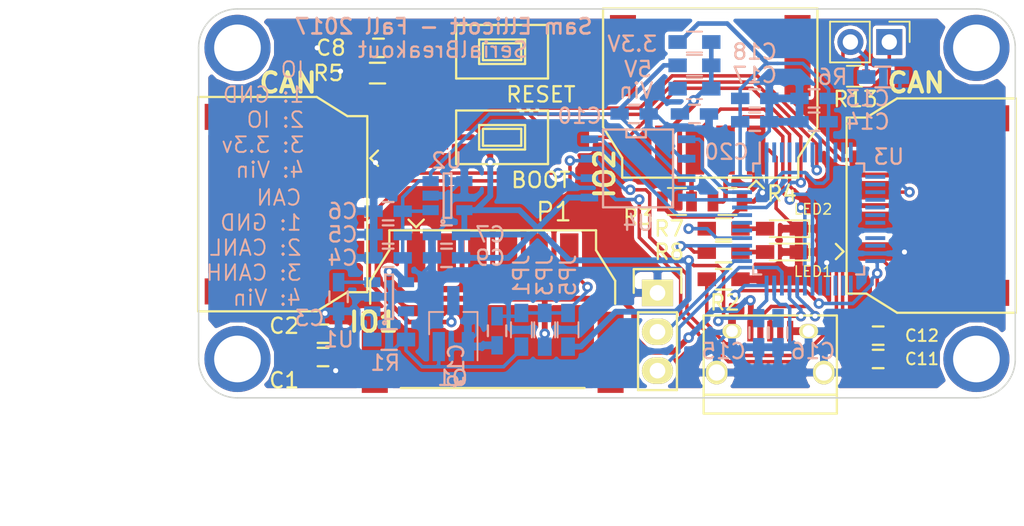
<source format=kicad_pcb>
(kicad_pcb (version 4) (host pcbnew 4.0.7)
  (title_block (title "Can Breakout") (date 2016-10-31) (rev 3.0) (company "Cedarville Supermileage") (comment 1 "Samuel Ellicott"))
  (layers (0 F.Cu signal) (31 B.Cu signal) (34 B.Paste user) (35 F.Paste user) (36 B.SilkS user) (37 F.SilkS user) (38 B.Mask user) (39 F.Mask user) (44 Edge.Cuts user))
  (net 0 "")
  (net 1 VDD)
  (net 2 GND)
  (net 3 "Net-(C3-Pad1)")
  (net 4 +5V)
  (net 5 +3V3)
  (net 6 /NRST)
  (net 7 /Vin)
  (net 8 /SWCLK)
  (net 9 /SWDIO)
  (net 10 /USB_DM)
  (net 11 /USB_DP)
  (net 12 "Net-(P5-Pad4)")
  (net 13 /CAN_L)
  (net 14 /CAN_H)
  (net 15 "Net-(R1-Pad1)")
  (net 16 /LED1)
  (net 17 /LED2)
  (net 18 /CAN_RX)
  (net 19 /CAN_TX)
  (net 20 /io1)
  (net 21 "Net-(U3-Pad2)")
  (net 22 "Net-(U3-Pad3)")
  (net 23 "Net-(U3-Pad4)")
  (net 24 "Net-(U3-Pad5)")
  (net 25 "Net-(U3-Pad6)")
  (net 26 "Net-(U3-Pad10)")
  (net 27 "Net-(U3-Pad11)")
  (net 28 "Net-(U3-Pad12)")
  (net 29 "Net-(U3-Pad13)")
  (net 30 "Net-(U3-Pad14)")
  (net 31 "Net-(U3-Pad15)")
  (net 32 "Net-(U3-Pad16)")
  (net 33 "Net-(U3-Pad19)")
  (net 34 "Net-(U3-Pad21)")
  (net 35 "Net-(U3-Pad22)")
  (net 36 "Net-(U3-Pad29)")
  (net 37 "Net-(U3-Pad38)")
  (net 38 "Net-(U3-Pad41)")
  (net 39 "Net-(U3-Pad42)")
  (net 40 "Net-(P8-Pad2)")
  (net 41 /CAN_EN)
  (net 42 "Net-(D1-Pad2)")
  (net 43 "Net-(D2-Pad2)")
  (net 44 "Net-(J1-Pad1)")
  (net 45 "Net-(J2-Pad1)")
  (net 46 "Net-(J3-Pad1)")
  (net 47 "Net-(J4-Pad1)")
  (net 48 /SPI_MISO)
  (net 49 /SPI_MOSI)
  (net 50 /SPI_SCK)
  (net 51 /SPI_NSS)
  (net 52 /I2C_SDA)
  (net 53 /I2C_SCL)
  (net 54 "Net-(R5-Pad1)")
  (net 55 "Net-(U3-Pad17)")
  (net 56 "Net-(C19-Pad1)")
  (net 57 "Net-(C20-Pad1)")
  (module Mounting_Holes:MountingHole_3.2mm_M3_ISO7380_Pad (layer F.Cu) (at 160.02 117.475)
    (fp_text reference J4 hide)
    (fp_text value TEST_1P)
    (pad 1 thru_hole circle (at 0 0) (size 4.318 4.318) (drill 3.048) (layers *.Cu *.Mask) (net 47 "Net-(J4-Pad1)"))
  )
  (module Mounting_Holes:MountingHole_3.2mm_M3_ISO7380_Pad (layer F.Cu) (at 160.02 97.155)
    (fp_text reference J3 hide)
    (fp_text value TEST_1P)
    (pad 1 thru_hole circle (at 0 0) (size 4.318 4.318) (drill 3.048) (layers *.Cu *.Mask) (net 46 "Net-(J3-Pad1)"))
  )
  (module Mounting_Holes:MountingHole_3.2mm_M3_ISO7380_Pad (layer F.Cu) (at 111.76 97.155)
    (fp_text reference J2 hide)
    (fp_text value TEST_1P)
    (pad 1 thru_hole circle (at 0 0) (size 4.318 4.318) (drill 3.048) (layers *.Cu *.Mask) (net 45 "Net-(J2-Pad1)"))
  )
  (module User_Connectors:Molex-duraClick-4conn (layer F.Cu) (at 153.34234 107.456986 90)
    (fp_text reference P7 hide)
    (fp_text value CAN_OUT)
    (pad 1 smd rect (at -2.999994 0 90) (size 1.2065 3.2004) (layers F.Cu F.Paste F.Mask) (net 2 GND))
    (pad 2 smd rect (at -0.999998 0 90) (size 1.2065 3.2004) (layers F.Cu F.Paste F.Mask) (net 13 /CAN_L))
    (pad 3 smd rect (at 0.999998 0 90) (size 1.2065 3.2004) (layers F.Cu F.Paste F.Mask) (net 14 /CAN_H))
    (pad 4 smd rect (at 2.999994 0 90) (size 1.2065 3.2004) (layers F.Cu F.Paste F.Mask) (net 7 /Vin))
    (pad 0 smd rect (at -5.700014 6.16966 90) (size 1.700022 5.299964) (layers F.Cu F.Paste F.Mask))
    (pad 0 smd rect (at 5.700014 6.16966 90) (size 1.700022 5.299964) (layers F.Cu F.Paste F.Mask))
  )
  (module Capacitors_SMD:C_0603_HandSoldering (layer F.Cu) (at 117.348 117.348 180)
    (fp_text reference C1 (at 2.54 -1.524 180) (layer F.SilkS))
    (fp_text value 10uf)
    (pad 1 smd rect (at -0.95 0 180) (size 1.2 0.75) (layers F.Cu F.Paste F.Mask) (net 1 VDD))
    (pad 2 smd rect (at 0.95 0 180) (size 1.2 0.75) (layers F.Cu F.Paste F.Mask) (net 2 GND))
  )
  (module Capacitors_SMD:C_0603_HandSoldering (layer F.Cu) (at 117.348 115.824 180)
    (fp_text reference C2 (at 2.54 0.508 180) (layer F.SilkS))
    (fp_text value 0.1uf)
    (pad 1 smd rect (at -0.95 0 180) (size 1.2 0.75) (layers F.Cu F.Paste F.Mask) (net 1 VDD))
    (pad 2 smd rect (at 0.95 0 180) (size 1.2 0.75) (layers F.Cu F.Paste F.Mask) (net 2 GND))
  )
  (module Capacitors_SMD:C_0603_HandSoldering (layer B.Cu) (at 118.364 113.411 270)
    (fp_text reference C3 (at 1.397 1.9 360) (layer B.SilkS) (effects (justify mirror)))
    (fp_text value 10uf)
    (pad 1 smd rect (at -0.95 0 270) (size 1.2 0.75) (layers B.Cu B.Paste B.Mask) (net 3 "Net-(C3-Pad1)"))
    (pad 2 smd rect (at 0.95 0 270) (size 1.2 0.75) (layers B.Cu B.Paste B.Mask) (net 2 GND))
  )
  (module Capacitors_SMD:C_0603_HandSoldering (layer B.Cu) (at 121.6 110.871 180)
    (fp_text reference C4 (at 2.982 0 180) (layer B.SilkS) (effects (justify mirror)))
    (fp_text value 0.1uf)
    (pad 1 smd rect (at -0.95 0 180) (size 1.2 0.75) (layers B.Cu B.Paste B.Mask) (net 4 +5V))
    (pad 2 smd rect (at 0.95 0 180) (size 1.2 0.75) (layers B.Cu B.Paste B.Mask) (net 2 GND))
  )
  (module Capacitors_SMD:C_0603_HandSoldering (layer B.Cu) (at 121.6 109.347 180)
    (fp_text reference C5 (at 2.982 0 180) (layer B.SilkS) (effects (justify mirror)))
    (fp_text value 1uf)
    (pad 1 smd rect (at -0.95 0 180) (size 1.2 0.75) (layers B.Cu B.Paste B.Mask) (net 4 +5V))
    (pad 2 smd rect (at 0.95 0 180) (size 1.2 0.75) (layers B.Cu B.Paste B.Mask) (net 2 GND))
  )
  (module Capacitors_SMD:C_0603_HandSoldering (layer B.Cu) (at 121.6 107.823 180)
    (fp_text reference C6 (at 2.982 0 180) (layer B.SilkS) (effects (justify mirror)))
    (fp_text value 0.1uf)
    (pad 1 smd rect (at -0.95 0 180) (size 1.2 0.75) (layers B.Cu B.Paste B.Mask) (net 4 +5V))
    (pad 2 smd rect (at 0.95 0 180) (size 1.2 0.75) (layers B.Cu B.Paste B.Mask) (net 2 GND))
  )
  (module Capacitors_SMD:C_0603_HandSoldering (layer B.Cu) (at 125.41 109.347 180)
    (fp_text reference C7 (at -2.86 0 180) (layer B.SilkS) (effects (justify mirror)))
    (fp_text value 10uf)
    (pad 1 smd rect (at -0.95 0 180) (size 1.2 0.75) (layers B.Cu B.Paste B.Mask) (net 5 +3V3))
    (pad 2 smd rect (at 0.95 0 180) (size 1.2 0.75) (layers B.Cu B.Paste B.Mask) (net 2 GND))
  )
  (module Capacitors_SMD:C_0603_HandSoldering (layer F.Cu) (at 120.97 97.155 180)
    (fp_text reference C8 (at 3.114 0 180) (layer F.SilkS))
    (fp_text value 0.1uf)
    (pad 1 smd rect (at -0.95 0 180) (size 1.2 0.75) (layers F.Cu F.Paste F.Mask) (net 6 /NRST))
    (pad 2 smd rect (at 0.95 0 180) (size 1.2 0.75) (layers F.Cu F.Paste F.Mask) (net 2 GND))
  )
  (module Capacitors_SMD:C_0603_HandSoldering (layer B.Cu) (at 125.415 110.871 180)
    (fp_text reference C9 (at -2.855 0 180) (layer B.SilkS) (effects (justify mirror)))
    (fp_text value 0.1uf)
    (pad 1 smd rect (at -0.95 0 180) (size 1.2 0.75) (layers B.Cu B.Paste B.Mask) (net 5 +3V3))
    (pad 2 smd rect (at 0.95 0 180) (size 1.2 0.75) (layers B.Cu B.Paste B.Mask) (net 2 GND))
  )
  (module Capacitors_SMD:C_0603_HandSoldering (layer B.Cu) (at 137.668 101.473)
    (fp_text reference C10 (at -3.556 0.127) (layer B.SilkS) (effects (justify mirror)))
    (fp_text value 0.1uf)
    (pad 1 smd rect (at -0.95 0) (size 1.2 0.75) (layers B.Cu B.Paste B.Mask) (net 4 +5V))
    (pad 2 smd rect (at 0.95 0) (size 1.2 0.75) (layers B.Cu B.Paste B.Mask) (net 2 GND))
  )
  (module Capacitors_SMD:C_0603_HandSoldering (layer F.Cu) (at 153.604 117.475)
    (fp_text reference C11 (at 2.86 0) (layer F.SilkS) (effects (font (size 0.762 0.762) (thickness 0.127))))
    (fp_text value 1uf)
    (pad 1 smd rect (at -0.95 0) (size 1.2 0.75) (layers F.Cu F.Paste F.Mask) (net 5 +3V3))
    (pad 2 smd rect (at 0.95 0) (size 1.2 0.75) (layers F.Cu F.Paste F.Mask) (net 2 GND))
  )
  (module Capacitors_SMD:C_0603_HandSoldering (layer F.Cu) (at 153.604 115.951)
    (fp_text reference C12 (at 2.86 0) (layer F.SilkS) (effects (font (size 0.762 0.762) (thickness 0.127))))
    (fp_text value 0.1uf)
    (pad 1 smd rect (at -0.95 0) (size 1.2 0.75) (layers F.Cu F.Paste F.Mask) (net 5 +3V3))
    (pad 2 smd rect (at 0.95 0) (size 1.2 0.75) (layers F.Cu F.Paste F.Mask) (net 2 GND))
  )
  (module Capacitors_SMD:C_0603_HandSoldering (layer B.Cu) (at 149.418 100.457 180)
    (fp_text reference C13 (at -3.49 0 180) (layer B.SilkS) (effects (justify mirror)))
    (fp_text value 1uf)
    (pad 1 smd rect (at -0.95 0 180) (size 1.2 0.75) (layers B.Cu B.Paste B.Mask) (net 5 +3V3))
    (pad 2 smd rect (at 0.95 0 180) (size 1.2 0.75) (layers B.Cu B.Paste B.Mask) (net 2 GND))
  )
  (module Capacitors_SMD:C_0603_HandSoldering (layer B.Cu) (at 149.418 101.981 180)
    (fp_text reference C14 (at -3.49 0 180) (layer B.SilkS) (effects (justify mirror)))
    (fp_text value 0.1uf)
    (pad 1 smd rect (at -0.95 0 180) (size 1.2 0.75) (layers B.Cu B.Paste B.Mask) (net 5 +3V3))
    (pad 2 smd rect (at 0.95 0 180) (size 1.2 0.75) (layers B.Cu B.Paste B.Mask) (net 2 GND))
  )
  (module Capacitors_SMD:C_0603_HandSoldering (layer B.Cu) (at 145.796 115.758 270)
    (fp_text reference C15 (at 1.209 2.286 360) (layer B.SilkS) (effects (justify mirror)))
    (fp_text value 1uf)
    (pad 1 smd rect (at -0.95 0 270) (size 1.2 0.75) (layers B.Cu B.Paste B.Mask) (net 5 +3V3))
    (pad 2 smd rect (at 0.95 0 270) (size 1.2 0.75) (layers B.Cu B.Paste B.Mask) (net 2 GND))
  )
  (module Capacitors_SMD:C_0603_HandSoldering (layer B.Cu) (at 147.066 115.758 270)
    (fp_text reference C16 (at 1.209 -2.286 360) (layer B.SilkS) (effects (justify mirror)))
    (fp_text value 0.1uf)
    (pad 1 smd rect (at -0.95 0 270) (size 1.2 0.75) (layers B.Cu B.Paste B.Mask) (net 5 +3V3))
    (pad 2 smd rect (at 0.95 0 270) (size 1.2 0.75) (layers B.Cu B.Paste B.Mask) (net 2 GND))
  )
  (module Capacitors_SMD:C_0603_HandSoldering (layer B.Cu) (at 145.542 101.981)
    (fp_text reference C17 (at 0 -3.048) (layer B.SilkS) (effects (justify mirror)))
    (fp_text value 1uf)
    (pad 1 smd rect (at -0.95 0) (size 1.2 0.75) (layers B.Cu B.Paste B.Mask) (net 5 +3V3))
    (pad 2 smd rect (at 0.95 0) (size 1.2 0.75) (layers B.Cu B.Paste B.Mask) (net 2 GND))
  )
  (module Capacitors_SMD:C_0603_HandSoldering (layer B.Cu) (at 145.542 100.457)
    (fp_text reference C18 (at 0 -3.048) (layer B.SilkS) (effects (justify mirror)))
    (fp_text value 0.1uf)
    (pad 1 smd rect (at -0.95 0) (size 1.2 0.75) (layers B.Cu B.Paste B.Mask) (net 5 +3V3))
    (pad 2 smd rect (at 0.95 0) (size 1.2 0.75) (layers B.Cu B.Paste B.Mask) (net 2 GND))
  )
  (module Pin_Headers:Pin_Header_Straight_1x03 (layer F.Cu) (at 139.192 113.157)
    (fp_text reference P4 hide)
    (fp_text value STLink hide)
    (pad 1 thru_hole rect (at 0 0) (size 2.032 1.7272) (drill 1.016) (layers *.Cu *.Mask F.SilkS) (net 2 GND))
    (pad 2 thru_hole oval (at 0 2.54) (size 2.032 1.7272) (drill 1.016) (layers *.Cu *.Mask F.SilkS) (net 8 /SWCLK))
    (pad 3 thru_hole oval (at 0 5.08) (size 2.032 1.7272) (drill 1.016) (layers *.Cu *.Mask F.SilkS) (net 9 /SWDIO))
  )
  (module Connect:USB_Micro-B (layer F.Cu) (at 146.558 117.221)
    (fp_text reference P5 hide)
    (fp_text value USB hide)
    (pad 1 smd rect (at -1.3009 -1.56254 90) (size 1.35 0.4) (layers F.Cu F.Paste F.Mask) (net 4 +5V))
    (pad 2 smd rect (at -0.6509 -1.56254 90) (size 1.35 0.4) (layers F.Cu F.Paste F.Mask) (net 10 /USB_DM))
    (pad 3 smd rect (at -0.0009 -1.56254 90) (size 1.35 0.4) (layers F.Cu F.Paste F.Mask) (net 11 /USB_DP))
    (pad 4 smd rect (at 0.6491 -1.56254 90) (size 1.35 0.4) (layers F.Cu F.Paste F.Mask) (net 12 "Net-(P5-Pad4)"))
    (pad 5 smd rect (at 1.2991 -1.56254 90) (size 1.35 0.4) (layers F.Cu F.Paste F.Mask) (net 2 GND))
    (pad 6 thru_hole oval (at -2.5009 -1.56254 90) (size 0.95 1.25) (drill oval 0.762) (layers *.Cu *.Mask F.SilkS) (net 2 GND))
    (pad 6 thru_hole oval (at 2.4991 -1.56254 90) (size 0.95 1.25) (drill oval 0.762) (layers *.Cu *.Mask F.SilkS) (net 2 GND))
    (pad 6 thru_hole oval (at -3.5009 1.13746 90) (size 1.55 1.4224) (drill oval 1.0668) (layers *.Cu *.Mask F.SilkS) (net 2 GND))
    (pad 6 thru_hole oval (at 3.4991 1.13746 90) (size 1.55 1.4224) (drill oval 1.0668) (layers *.Cu *.Mask F.SilkS) (net 2 GND))
  )
  (module Resistors_SMD:R_0603_HandSoldering (layer B.Cu) (at 121.666 116.205)
    (fp_text reference R1 (at -0.254 1.524) (layer B.SilkS) (effects (justify mirror)))
    (fp_text value 100K)
    (pad 1 smd rect (at -1.1 0) (size 1.2 0.9) (layers B.Cu B.Paste B.Mask) (net 15 "Net-(R1-Pad1)"))
    (pad 2 smd rect (at 1.1 0) (size 1.2 0.9) (layers B.Cu B.Paste B.Mask) (net 1 VDD))
  )
  (module Resistors_SMD:R_0603_HandSoldering (layer F.Cu) (at 143.51 112.268)
    (fp_text reference R2 (at 0.084 1.524) (layer F.SilkS))
    (fp_text value 100K)
    (pad 1 smd rect (at -1.1 0) (size 1.2 0.9) (layers F.Cu F.Paste F.Mask) (net 12 "Net-(P5-Pad4)"))
    (pad 2 smd rect (at 1.1 0) (size 1.2 0.9) (layers F.Cu F.Paste F.Mask) (net 2 GND))
  )
  (module Resistors_SMD:R_0603_HandSoldering (layer F.Cu) (at 120.904 98.806 180)
    (fp_text reference R5 (at 3.218 0 180) (layer F.SilkS))
    (fp_text value 100K)
    (pad 1 smd rect (at -1.1 0 180) (size 1.2 0.9) (layers F.Cu F.Paste F.Mask) (net 54 "Net-(R5-Pad1)"))
    (pad 2 smd rect (at 1.1 0 180) (size 1.2 0.9) (layers F.Cu F.Paste F.Mask) (net 2 GND))
  )
  (module Resistors_SMD:R_0603_HandSoldering (layer B.Cu) (at 153.924 99.06 180)
    (fp_text reference R6 (at 3.302 0 180) (layer B.SilkS) (effects (justify mirror)))
    (fp_text value 120R)
    (pad 1 smd rect (at -1.1 0 180) (size 1.2 0.9) (layers B.Cu B.Paste B.Mask) (net 14 /CAN_H))
    (pad 2 smd rect (at 1.1 0 180) (size 1.2 0.9) (layers B.Cu B.Paste B.Mask) (net 40 "Net-(P8-Pad2)"))
  )
  (module Resistors_SMD:R_0603_HandSoldering (layer F.Cu) (at 143.51 110.49 180)
    (fp_text reference R8 (at 3.556 0 180) (layer F.SilkS))
    (fp_text value 120R hide)
    (pad 1 smd rect (at -1.1 0 180) (size 1.2 0.9) (layers F.Cu F.Paste F.Mask) (net 43 "Net-(D2-Pad2)"))
    (pad 2 smd rect (at 1.1 0 180) (size 1.2 0.9) (layers F.Cu F.Paste F.Mask) (net 17 /LED2))
  )
  (module Buttons_Switches_SMD:SW_SPST_FSMSM (layer F.Cu) (at 129.032 97.409)
    (fp_text reference SW1 hide)
    (fp_text value RESET (at 2.54 2.794) (layer F.SilkS))
    (pad 1 smd rect (at -4.60243 -0.00232) (size 2.18 1.6) (layers F.Cu F.Paste F.Mask) (net 6 /NRST))
    (pad 2 smd rect (at 4.60243 0.00232) (size 2.18 1.6) (layers F.Cu F.Paste F.Mask) (net 2 GND))
  )
  (module Buttons_Switches_SMD:SW_SPST_FSMSM (layer F.Cu) (at 129.032 102.997)
    (fp_text reference SW2 hide)
    (fp_text value BOOT (at 2.54 2.794) (layer F.SilkS))
    (pad 1 smd rect (at -4.60243 -0.00232) (size 2.18 1.6) (layers F.Cu F.Paste F.Mask) (net 5 +3V3))
    (pad 2 smd rect (at 4.60243 0.00232) (size 2.18 1.6) (layers F.Cu F.Paste F.Mask) (net 54 "Net-(R5-Pad1)"))
  )
  (module TO_SOT_Packages_SMD:SOT-23-5 (layer B.Cu) (at 121.666 113.411)
    (fp_text reference U1 (at -3.302 2.794) (layer B.SilkS) (effects (justify mirror)))
    (fp_text value NJM2870F0)
    (pad 1 smd rect (at -1.1 0.95) (size 1.06 0.65) (layers B.Cu B.Paste B.Mask) (net 15 "Net-(R1-Pad1)"))
    (pad 2 smd rect (at -1.1 0) (size 1.06 0.65) (layers B.Cu B.Paste B.Mask) (net 2 GND))
    (pad 3 smd rect (at -1.1 -0.95) (size 1.06 0.65) (layers B.Cu B.Paste B.Mask) (net 3 "Net-(C3-Pad1)"))
    (pad 4 smd rect (at 1.1 -0.95) (size 1.06 0.65) (layers B.Cu B.Paste B.Mask) (net 4 +5V))
    (pad 5 smd rect (at 1.1 0.95) (size 1.06 0.65) (layers B.Cu B.Paste B.Mask) (net 1 VDD))
  )
  (module TO_SOT_Packages_SMD:SOT-23-5 (layer B.Cu) (at 125.476 106.807)
    (fp_text reference U2 (at -0.05 -2.286) (layer B.SilkS) (effects (justify mirror)))
    (fp_text value MIC5317)
    (pad 1 smd rect (at -1.1 0.95) (size 1.06 0.65) (layers B.Cu B.Paste B.Mask) (net 4 +5V))
    (pad 2 smd rect (at -1.1 0) (size 1.06 0.65) (layers B.Cu B.Paste B.Mask) (net 2 GND))
    (pad 3 smd rect (at -1.1 -0.95) (size 1.06 0.65) (layers B.Cu B.Paste B.Mask) (net 4 +5V))
    (pad 4 smd rect (at 1.1 -0.95) (size 1.06 0.65) (layers B.Cu B.Paste B.Mask) (net 2 GND))
    (pad 5 smd rect (at 1.1 0.95) (size 1.06 0.65) (layers B.Cu B.Paste B.Mask) (net 5 +3V3))
  )
  (module Housings_QFP:TQFP-48_7x7mm_Pitch0.5mm (layer B.Cu) (at 149.066 108.331 270)
    (fp_text reference U3 (at -4.064 -5.239 360) (layer B.SilkS) (effects (justify mirror)))
    (fp_text value STM32F042C6)
    (pad 1 smd rect (at -4.35 2.75 270) (size 1.3 0.25) (layers B.Cu B.Paste B.Mask) (net 5 +3V3))
    (pad 2 smd rect (at -4.35 2.25 270) (size 1.3 0.25) (layers B.Cu B.Paste B.Mask) (net 21 "Net-(U3-Pad2)"))
    (pad 3 smd rect (at -4.35 1.75 270) (size 1.3 0.25) (layers B.Cu B.Paste B.Mask) (net 22 "Net-(U3-Pad3)"))
    (pad 4 smd rect (at -4.35 1.25 270) (size 1.3 0.25) (layers B.Cu B.Paste B.Mask) (net 23 "Net-(U3-Pad4)"))
    (pad 5 smd rect (at -4.35 0.75 270) (size 1.3 0.25) (layers B.Cu B.Paste B.Mask) (net 24 "Net-(U3-Pad5)"))
    (pad 6 smd rect (at -4.35 0.25 270) (size 1.3 0.25) (layers B.Cu B.Paste B.Mask) (net 25 "Net-(U3-Pad6)"))
    (pad 7 smd rect (at -4.35 -0.25 270) (size 1.3 0.25) (layers B.Cu B.Paste B.Mask) (net 6 /NRST))
    (pad 8 smd rect (at -4.35 -0.75 270) (size 1.3 0.25) (layers B.Cu B.Paste B.Mask) (net 2 GND))
    (pad 9 smd rect (at -4.35 -1.25 270) (size 1.3 0.25) (layers B.Cu B.Paste B.Mask) (net 5 +3V3))
    (pad 10 smd rect (at -4.35 -1.75 270) (size 1.3 0.25) (layers B.Cu B.Paste B.Mask) (net 26 "Net-(U3-Pad10)"))
    (pad 11 smd rect (at -4.35 -2.25 270) (size 1.3 0.25) (layers B.Cu B.Paste B.Mask) (net 27 "Net-(U3-Pad11)"))
    (pad 12 smd rect (at -4.35 -2.75 270) (size 1.3 0.25) (layers B.Cu B.Paste B.Mask) (net 28 "Net-(U3-Pad12)"))
    (pad 13 smd rect (at -2.75 -4.35 180) (size 1.3 0.25) (layers B.Cu B.Paste B.Mask) (net 29 "Net-(U3-Pad13)"))
    (pad 14 smd rect (at -2.25 -4.35 180) (size 1.3 0.25) (layers B.Cu B.Paste B.Mask) (net 30 "Net-(U3-Pad14)"))
    (pad 15 smd rect (at -1.75 -4.35 180) (size 1.3 0.25) (layers B.Cu B.Paste B.Mask) (net 31 "Net-(U3-Pad15)"))
    (pad 16 smd rect (at -1.25 -4.35 180) (size 1.3 0.25) (layers B.Cu B.Paste B.Mask) (net 32 "Net-(U3-Pad16)"))
    (pad 17 smd rect (at -0.75 -4.35 180) (size 1.3 0.25) (layers B.Cu B.Paste B.Mask) (net 55 "Net-(U3-Pad17)"))
    (pad 18 smd rect (at -0.25 -4.35 180) (size 1.3 0.25) (layers B.Cu B.Paste B.Mask) (net 20 /io1))
    (pad 19 smd rect (at 0.25 -4.35 180) (size 1.3 0.25) (layers B.Cu B.Paste B.Mask) (net 33 "Net-(U3-Pad19)"))
    (pad 20 smd rect (at 0.75 -4.35 180) (size 1.3 0.25) (layers B.Cu B.Paste B.Mask) (net 2 GND))
    (pad 21 smd rect (at 1.25 -4.35 180) (size 1.3 0.25) (layers B.Cu B.Paste B.Mask) (net 34 "Net-(U3-Pad21)"))
    (pad 22 smd rect (at 1.75 -4.35 180) (size 1.3 0.25) (layers B.Cu B.Paste B.Mask) (net 35 "Net-(U3-Pad22)"))
    (pad 23 smd rect (at 2.25 -4.35 180) (size 1.3 0.25) (layers B.Cu B.Paste B.Mask) (net 2 GND))
    (pad 24 smd rect (at 2.75 -4.35 180) (size 1.3 0.25) (layers B.Cu B.Paste B.Mask) (net 5 +3V3))
    (pad 25 smd rect (at 4.35 -2.75 270) (size 1.3 0.25) (layers B.Cu B.Paste B.Mask) (net 51 /SPI_NSS))
    (pad 26 smd rect (at 4.35 -2.25 270) (size 1.3 0.25) (layers B.Cu B.Paste B.Mask) (net 50 /SPI_SCK))
    (pad 27 smd rect (at 4.35 -1.75 270) (size 1.3 0.25) (layers B.Cu B.Paste B.Mask) (net 48 /SPI_MISO))
    (pad 28 smd rect (at 4.35 -1.25 270) (size 1.3 0.25) (layers B.Cu B.Paste B.Mask) (net 49 /SPI_MOSI))
    (pad 29 smd rect (at 4.35 -0.75 270) (size 1.3 0.25) (layers B.Cu B.Paste B.Mask) (net 36 "Net-(U3-Pad29)"))
    (pad 30 smd rect (at 4.35 -0.25 270) (size 1.3 0.25) (layers B.Cu B.Paste B.Mask) (net 52 /I2C_SDA))
    (pad 31 smd rect (at 4.35 0.25 270) (size 1.3 0.25) (layers B.Cu B.Paste B.Mask) (net 53 /I2C_SCL))
    (pad 32 smd rect (at 4.35 0.75 270) (size 1.3 0.25) (layers B.Cu B.Paste B.Mask) (net 10 /USB_DM))
    (pad 33 smd rect (at 4.35 1.25 270) (size 1.3 0.25) (layers B.Cu B.Paste B.Mask) (net 11 /USB_DP))
    (pad 34 smd rect (at 4.35 1.75 270) (size 1.3 0.25) (layers B.Cu B.Paste B.Mask) (net 9 /SWDIO))
    (pad 35 smd rect (at 4.35 2.25 270) (size 1.3 0.25) (layers B.Cu B.Paste B.Mask) (net 2 GND))
    (pad 36 smd rect (at 4.35 2.75 270) (size 1.3 0.25) (layers B.Cu B.Paste B.Mask) (net 5 +3V3))
    (pad 37 smd rect (at 2.75 4.35 180) (size 1.3 0.25) (layers B.Cu B.Paste B.Mask) (net 8 /SWCLK))
    (pad 38 smd rect (at 2.25 4.35 180) (size 1.3 0.25) (layers B.Cu B.Paste B.Mask) (net 37 "Net-(U3-Pad38)"))
    (pad 39 smd rect (at 1.75 4.35 180) (size 1.3 0.25) (layers B.Cu B.Paste B.Mask) (net 17 /LED2))
    (pad 40 smd rect (at 1.25 4.35 180) (size 1.3 0.25) (layers B.Cu B.Paste B.Mask) (net 16 /LED1))
    (pad 41 smd rect (at 0.75 4.35 180) (size 1.3 0.25) (layers B.Cu B.Paste B.Mask) (net 38 "Net-(U3-Pad41)"))
    (pad 42 smd rect (at 0.25 4.35 180) (size 1.3 0.25) (layers B.Cu B.Paste B.Mask) (net 39 "Net-(U3-Pad42)"))
    (pad 43 smd rect (at -0.25 4.35 180) (size 1.3 0.25) (layers B.Cu B.Paste B.Mask) (net 41 /CAN_EN))
    (pad 44 smd rect (at -0.75 4.35 180) (size 1.3 0.25) (layers B.Cu B.Paste B.Mask) (net 54 "Net-(R5-Pad1)"))
    (pad 45 smd rect (at -1.25 4.35 180) (size 1.3 0.25) (layers B.Cu B.Paste B.Mask) (net 18 /CAN_RX))
    (pad 46 smd rect (at -1.75 4.35 180) (size 1.3 0.25) (layers B.Cu B.Paste B.Mask) (net 19 /CAN_TX))
    (pad 47 smd rect (at -2.25 4.35 180) (size 1.3 0.25) (layers B.Cu B.Paste B.Mask) (net 2 GND))
    (pad 48 smd rect (at -2.75 4.35 180) (size 1.3 0.25) (layers B.Cu B.Paste B.Mask) (net 5 +3V3))
  )
  (module SMD_Packages:SOIC-8-N (layer B.Cu) (at 137.922 105.029 270)
    (fp_text reference U4 (at 3.556 0 360) (layer B.SilkS) (effects (justify mirror)))
    (fp_text value mcp2562)
    (pad 8 smd rect (at -1.905 3.175 270) (size 0.508 1.143) (layers B.Cu B.Paste B.Mask) (net 41 /CAN_EN))
    (pad 7 smd rect (at -0.635 3.175 270) (size 0.508 1.143) (layers B.Cu B.Paste B.Mask) (net 14 /CAN_H))
    (pad 6 smd rect (at 0.635 3.175 270) (size 0.508 1.143) (layers B.Cu B.Paste B.Mask) (net 13 /CAN_L))
    (pad 5 smd rect (at 1.905 3.175 270) (size 0.508 1.143) (layers B.Cu B.Paste B.Mask) (net 5 +3V3))
    (pad 4 smd rect (at 1.905 -3.175 270) (size 0.508 1.143) (layers B.Cu B.Paste B.Mask) (net 18 /CAN_RX))
    (pad 3 smd rect (at 0.635 -3.175 270) (size 0.508 1.143) (layers B.Cu B.Paste B.Mask) (net 4 +5V))
    (pad 2 smd rect (at -0.635 -3.175 270) (size 0.508 1.143) (layers B.Cu B.Paste B.Mask) (net 2 GND))
    (pad 1 smd rect (at -1.905 -3.175 270) (size 0.508 1.143) (layers B.Cu B.Paste B.Mask) (net 19 /CAN_TX))
  )
  (module Capacitors_SMD:C_0603_HandSoldering (layer B.Cu) (at 128.7145 115.6335 270)
    (fp_text reference C19 (at 2.286 2.667 450) (layer B.SilkS) (effects (justify mirror)))
    (fp_text value 10uf)
    (pad 1 smd rect (at -0.95 0 270) (size 1.2 0.75) (layers B.Cu B.Paste B.Mask) (net 56 "Net-(C19-Pad1)"))
    (pad 2 smd rect (at 0.95 0 270) (size 1.2 0.75) (layers B.Cu B.Paste B.Mask) (net 2 GND))
  )
  (module Capacitors_SMD:C_0603_HandSoldering (layer B.Cu) (at 141.605 101.473)
    (fp_text reference C20 (at 2.0955 2.4765 180) (layer B.SilkS) (effects (justify mirror)))
    (fp_text value 10uf)
    (pad 1 smd rect (at -0.95 0) (size 1.2 0.75) (layers B.Cu B.Paste B.Mask) (net 57 "Net-(C20-Pad1)"))
    (pad 2 smd rect (at 0.95 0) (size 1.2 0.75) (layers B.Cu B.Paste B.Mask) (net 2 GND))
  )
  (module User_Connectors:Molex-duraClick-4conn (layer F.Cu) (at 142.635986 103.83266 180)
    (fp_text reference P2 hide)
    (fp_text value I2C)
    (pad 1 smd rect (at -2.999994 0 180) (size 1.2065 3.2004) (layers F.Cu F.Paste F.Mask) (net 2 GND))
    (pad 2 smd rect (at -0.999998 0 180) (size 1.2065 3.2004) (layers F.Cu F.Paste F.Mask) (net 52 /I2C_SDA))
    (pad 3 smd rect (at 0.999998 0 180) (size 1.2065 3.2004) (layers F.Cu F.Paste F.Mask) (net 53 /I2C_SCL))
    (pad 4 smd rect (at 2.999994 0 180) (size 1.2065 3.2004) (layers F.Cu F.Paste F.Mask) (net 57 "Net-(C20-Pad1)"))
    (pad 0 smd rect (at -5.700014 6.16966 180) (size 1.700022 5.299964) (layers F.Cu F.Paste F.Mask))
    (pad 0 smd rect (at 5.700014 6.16966 180) (size 1.700022 5.299964) (layers F.Cu F.Paste F.Mask))
  )
  (module User_Connectors:Molex-duraClick-4conn (layer F.Cu) (at 118.43766 107.363006 270)
    (fp_text reference P6 hide)
    (fp_text value CAN_IN)
    (pad 1 smd rect (at -2.999994 0 270) (size 1.2065 3.2004) (layers F.Cu F.Paste F.Mask) (net 2 GND))
    (pad 2 smd rect (at -0.999998 0 270) (size 1.2065 3.2004) (layers F.Cu F.Paste F.Mask) (net 13 /CAN_L))
    (pad 3 smd rect (at 0.999998 0 270) (size 1.2065 3.2004) (layers F.Cu F.Paste F.Mask) (net 14 /CAN_H))
    (pad 4 smd rect (at 2.999994 0 270) (size 1.2065 3.2004) (layers F.Cu F.Paste F.Mask) (net 7 /Vin))
    (pad 0 smd rect (at -5.700014 6.16966 270) (size 1.700022 5.299964) (layers F.Cu F.Paste F.Mask))
    (pad 0 smd rect (at 5.700014 6.16966 270) (size 1.700022 5.299964) (layers F.Cu F.Paste F.Mask))
  )
  (module Pin_Headers:Pin_Header_Straight_1x02_Pitch2.54mm (layer F.Cu) (at 154.3304 96.774 270)
    (fp_text reference P8 hide)
    (fp_text value TERM)
    (pad 1 thru_hole rect (at 0 0 270) (size 1.7 1.7) (drill 1) (layers *.Cu *.Mask) (net 13 /CAN_L))
    (pad 2 thru_hole oval (at 0 2.54 270) (size 1.7 1.7) (drill 1) (layers *.Cu *.Mask) (net 40 "Net-(P8-Pad2)"))
  )
  (module TO_SOT_Packages_SMD:SOT-23_Handsoldering (layer B.Cu) (at 125.857 115.165 90)
    (fp_text reference Q1 (at -3.5546 -0.0508 180) (layer B.SilkS) (effects (justify mirror)))
    (fp_text value Q_PMOS_GSD)
    (pad 1 smd rect (at -1.5 0.95 90) (size 1.9 0.8) (layers B.Cu B.Paste B.Mask) (net 2 GND))
    (pad 2 smd rect (at -1.5 -0.95 90) (size 1.9 0.8) (layers B.Cu B.Paste B.Mask) (net 1 VDD))
    (pad 3 smd rect (at 1.5 0 90) (size 1.9 0.8) (layers B.Cu B.Paste B.Mask) (net 7 /Vin))
  )
  (module Resistors_SMD:R_0603 (layer F.Cu) (at 152.0564 99.0092)
    (fp_text reference R13 (at 0.0642 1.4986) (layer F.SilkS))
    (fp_text value Jump)
    (pad 1 smd rect (at -0.75 0) (size 0.5 0.9) (layers F.Cu F.Paste F.Mask) (net 40 "Net-(P8-Pad2)"))
    (pad 2 smd rect (at 0.75 0) (size 0.5 0.9) (layers F.Cu F.Paste F.Mask) (net 13 /CAN_L))
  )
  (module LEDs:LED_0603_HandSoldering (layer F.Cu) (at 147.32 108.966 180)
    (fp_text reference D1 hide)
    (fp_text value LED1)
    (pad 1 smd rect (at -1.1 0 180) (size 1.2 0.9) (layers F.Cu F.Paste F.Mask) (net 2 GND))
    (pad 2 smd rect (at 1.1 0 180) (size 1.2 0.9) (layers F.Cu F.Paste F.Mask) (net 42 "Net-(D1-Pad2)"))
  )
  (module LEDs:LED_0603_HandSoldering (layer F.Cu) (at 147.32 110.49 180)
    (fp_text reference D2 hide)
    (fp_text value LED2)
    (pad 1 smd rect (at -1.1 0 180) (size 1.2 0.9) (layers F.Cu F.Paste F.Mask) (net 2 GND))
    (pad 2 smd rect (at 1.1 0 180) (size 1.2 0.9) (layers F.Cu F.Paste F.Mask) (net 43 "Net-(D2-Pad2)"))
  )
  (module Mounting_Holes:MountingHole_3.2mm_M3_ISO7380_Pad (layer F.Cu) (at 111.76 117.475)
    (fp_text reference J1 hide)
    (fp_text value TEST_1P)
    (pad 1 thru_hole circle (at 0 0) (size 4.318 4.318) (drill 3.048) (layers *.Cu *.Mask) (net 44 "Net-(J1-Pad1)"))
  )
  (module Resistors_SMD:R_0603_HandSoldering (layer B.Cu) (at 130.302 115.57 90)
    (fp_text reference JP1 (at 3.556 0 90) (layer B.SilkS) (effects (justify mirror)))
    (fp_text value Vin)
    (pad 1 smd rect (at -1.1 0 90) (size 1.2 0.9) (layers B.Cu B.Paste B.Mask) (net 1 VDD))
    (pad 2 smd rect (at 1.1 0 90) (size 1.2 0.9) (layers B.Cu B.Paste B.Mask) (net 56 "Net-(C19-Pad1)"))
  )
  (module Resistors_SMD:R_0603_HandSoldering (layer B.Cu) (at 141.605 99.822)
    (fp_text reference JP2 hide)
    (fp_text value Vin)
    (pad 1 smd rect (at -1.1 0) (size 1.2 0.9) (layers B.Cu B.Paste B.Mask) (net 1 VDD))
    (pad 2 smd rect (at 1.1 0) (size 1.2 0.9) (layers B.Cu B.Paste B.Mask) (net 57 "Net-(C20-Pad1)"))
  )
  (module Resistors_SMD:R_0603_HandSoldering (layer B.Cu) (at 131.826 115.57 90)
    (fp_text reference JP3 (at 3.556 0 90) (layer B.SilkS) (effects (justify mirror)))
    (fp_text value 3V)
    (pad 1 smd rect (at -1.1 0 90) (size 1.2 0.9) (layers B.Cu B.Paste B.Mask) (net 4 +5V))
    (pad 2 smd rect (at 1.1 0 90) (size 1.2 0.9) (layers B.Cu B.Paste B.Mask) (net 56 "Net-(C19-Pad1)"))
  )
  (module Resistors_SMD:R_0603_HandSoldering (layer B.Cu) (at 141.605 98.298)
    (fp_text reference JP4 hide)
    (fp_text value 3V)
    (pad 1 smd rect (at -1.1 0) (size 1.2 0.9) (layers B.Cu B.Paste B.Mask) (net 4 +5V))
    (pad 2 smd rect (at 1.1 0) (size 1.2 0.9) (layers B.Cu B.Paste B.Mask) (net 57 "Net-(C20-Pad1)"))
  )
  (module Resistors_SMD:R_0603_HandSoldering (layer B.Cu) (at 133.35 115.57 90)
    (fp_text reference JP5 (at 3.556 0 90) (layer B.SilkS) (effects (justify mirror)))
    (fp_text value 5V)
    (pad 1 smd rect (at -1.1 0 90) (size 1.2 0.9) (layers B.Cu B.Paste B.Mask) (net 5 +3V3))
    (pad 2 smd rect (at 1.1 0 90) (size 1.2 0.9) (layers B.Cu B.Paste B.Mask) (net 56 "Net-(C19-Pad1)"))
  )
  (module Resistors_SMD:R_0603_HandSoldering (layer B.Cu) (at 141.605 96.774)
    (fp_text reference JP6 hide)
    (fp_text value 5V)
    (pad 1 smd rect (at -1.1 0) (size 1.2 0.9) (layers B.Cu B.Paste B.Mask) (net 5 +3V3))
    (pad 2 smd rect (at 1.1 0) (size 1.2 0.9) (layers B.Cu B.Paste B.Mask) (net 57 "Net-(C20-Pad1)"))
  )
  (module Supermileage:Molex-duraClick-6conn (layer F.Cu) (at 128.427986 110.871)
    (fp_text reference P1 (at 4 -3) (layer F.SilkS) (effects (font (size 1.2 1.2))))
    (fp_text value SPI)
    (pad 1 smd rect (at -4.999994 0) (size 1.2065 3.2004) (layers F.Cu F.Paste F.Mask) (net 2 GND))
    (pad 2 smd rect (at -2.999998 0) (size 1.2065 3.2004) (layers F.Cu F.Paste F.Mask) (net 48 /SPI_MISO))
    (pad 3 smd rect (at -1.000002 0) (size 1.2065 3.2004) (layers F.Cu F.Paste F.Mask) (net 49 /SPI_MOSI))
    (pad 4 smd rect (at 0.999994 0) (size 1.2065 3.2004) (layers F.Cu F.Paste F.Mask) (net 50 /SPI_SCK))
    (pad 0 smd rect (at -7.7 6.16966) (size 1.700022 5.299964) (layers F.Cu F.Paste F.Mask))
    (pad 0 smd rect (at 7.7 6.16966) (size 1.700022 5.299964) (layers F.Cu F.Paste F.Mask))
    (pad 5 smd rect (at 3 0) (size 1.2 3.2) (layers F.Cu F.Paste F.Mask) (net 51 /SPI_NSS))
    (pad 6 smd rect (at 5 0) (size 1.2 3.2) (layers F.Cu F.Paste F.Mask) (net 56 "Net-(C19-Pad1)"))
  )
  (module Resistors_SMD:R_0805 (layer F.Cu) (at 140.462 107.188)
    (fp_text reference R3 (at -2.54 1.016) (layer F.SilkS))
    (fp_text value 4K7)
    (pad 1 smd rect (at -0.95 0) (size 0.7 1.3) (layers F.Cu F.Paste F.Mask) (net 5 +3V3))
    (pad 2 smd rect (at 0.95 0) (size 0.7 1.3) (layers F.Cu F.Paste F.Mask) (net 53 /I2C_SCL))
  )
  (module Resistors_SMD:R_0805 (layer F.Cu) (at 143.764 107.188 180)
    (fp_text reference R4 (at -3.556 0.508 180) (layer F.SilkS))
    (fp_text value 4K7)
    (pad 1 smd rect (at -0.95 0 180) (size 0.7 1.3) (layers F.Cu F.Paste F.Mask) (net 5 +3V3))
    (pad 2 smd rect (at 0.95 0 180) (size 0.7 1.3) (layers F.Cu F.Paste F.Mask) (net 52 /I2C_SDA))
  )
  (module Resistors_SMD:R_0603_HandSoldering (layer F.Cu) (at 143.51 108.966 180)
    (fp_text reference R7 (at 3.556 0 180) (layer F.SilkS))
    (fp_text value 120R)
    (pad 1 smd rect (at -1.1 0 180) (size 1.2 0.9) (layers F.Cu F.Paste F.Mask) (net 42 "Net-(D1-Pad2)"))
    (pad 2 smd rect (at 1.1 0 180) (size 1.2 0.9) (layers F.Cu F.Paste F.Mask) (net 16 /LED1))
  )
  (gr_text 3.3V (at 137.541 96.901 360) (layer B.SilkS) (effects (font (size 1 1)) (justify mirror)))
  (gr_text 5V (at 137.922 98.552 360) (layer B.SilkS) (effects (font (size 1 1)) (justify mirror)))
  (gr_text Vin (at 137.795 99.949 360) (layer B.SilkS) (effects (font (size 1 1)) (justify mirror)))
  (gr_text SerialBreakout (at 130.81 97.282) (layer B.SilkS) (effects (font (size 1.016 1.016)) (justify left mirror)))
  (gr_text "Sam Ellicott - Fall 2017" (at 125.222 95.758) (layer B.SilkS) (effects (font (size 1 1) (thickness 0.175)) (justify mirror)))
  (gr_text "CAN\n1: GND\n2: CANL\n3: CANH\n4: Vin" (at 116.0272 110.2106) (layer B.SilkS) (effects (font (size 1.016 1.016) (thickness 0.125)) (justify left mirror)))
  (gr_text "IO\n1: GND\n2: IO\n3: 3.3v\n4: Vin" (at 116.205 101.854) (layer B.SilkS) (effects (font (size 1.016 1.016) (thickness 0.125)) (justify left mirror)))
  (gr_text LED1 (at 149.352 111.76) (layer F.SilkS) (effects (font (size 0.6858 0.6858) (thickness 0.09652))))
  (gr_text LED2 (at 149.352 107.696) (layer F.SilkS) (effects (font (size 0.6858 0.6858) (thickness 0.09652))))
  (gr_text IO2 (at 135.7376 105.3846 90) (layer F.SilkS) (effects (font (size 1.27 1.27) (thickness 0.254))))
  (gr_text IO1 (at 120.65 115.062) (layer F.SilkS) (effects (font (size 1.27 1.27) (thickness 0.254))))
  (gr_text CAN (at 115.062 99.441) (layer F.SilkS) (effects (font (size 1.27 1.27) (thickness 0.254))))
  (gr_text CAN (at 156.083 99.441) (layer F.SilkS) (effects (font (size 1.27 1.27) (thickness 0.254))))
  (gr_line (start 109.22 97.155) (end 109.22 117.475) (layer Edge.Cuts) (width 0.1))
  (gr_line (start 160.02 94.615) (end 111.76 94.615) (layer Edge.Cuts) (width 0.1))
  (gr_line (start 162.56 117.475) (end 162.56 97.155) (layer Edge.Cuts) (width 0.1))
  (gr_line (start 111.76 120.015) (end 160.02 120.015) (layer Edge.Cuts) (width 0.1))
  (gr_arc (start 111.76 117.475) (end 111.76 120.015) (angle 90) (layer Edge.Cuts) (width 0.1))
  (gr_arc (start 111.76 97.155) (end 109.22 97.155) (angle 90) (layer Edge.Cuts) (width 0.1))
  (gr_arc (start 160.02 97.155) (end 160.02 94.615) (angle 90) (layer Edge.Cuts) (width 0.1))
  (gr_arc (start 160.02 117.475) (end 162.56 117.475) (angle 90) (layer Edge.Cuts) (width 0.1))
  (segment (start 118.1735 118.237) (end 118.1735 117.4725) (width 0.2286) (layer F.Cu) (net 1))
  (segment (start 118.1735 117.4725) (end 118.298 117.348) (width 0.2286) (layer F.Cu) (net 1))
  (segment (start 122.766 116.205) (end 122.616 116.205) (width 0.2286) (layer B.Cu) (net 1))
  (segment (start 120.584 118.237) (end 118.1735 118.237) (width 0.2286) (layer B.Cu) (net 1))
  (segment (start 122.616 116.205) (end 120.584 118.237) (width 0.2286) (layer B.Cu) (net 1))
  (via (at 118.1735 118.237) (size 0.6858) (drill 0.3302) (layers F.Cu B.Cu) (net 1))
  (segment (start 118.298 115.824) (end 118.298 117.348) (width 0.2286) (layer F.Cu) (net 1))
  (segment (start 130.302 116.67) (end 130.302 116.82) (width 0.2286) (layer B.Cu) (net 1))
  (segment (start 130.302 116.82) (end 129.139 117.983) (width 0.2286) (layer B.Cu) (net 1))
  (segment (start 129.139 117.983) (end 124.841 117.983) (width 0.2286) (layer B.Cu) (net 1))
  (segment (start 130.302 116.67) (end 130.302 116.369) (width 0.2286) (layer B.Cu) (net 1))
  (segment (start 123.825 117.983) (end 124.841 117.983) (width 0.2286) (layer B.Cu) (net 1))
  (segment (start 124.907 116.665) (end 124.907 117.8436) (width 0.2286) (layer B.Cu) (net 1))
  (segment (start 124.841 117.9096) (end 124.841 117.983) (width 0.2286) (layer B.Cu) (net 1))
  (segment (start 124.907 117.8436) (end 124.841 117.9096) (width 0.2286) (layer B.Cu) (net 1))
  (segment (start 122.766 116.205) (end 122.766 116.924) (width 0.2286) (layer B.Cu) (net 1))
  (segment (start 122.766 116.924) (end 123.825 117.983) (width 0.2286) (layer B.Cu) (net 1))
  (segment (start 122.766 114.361) (end 122.766 116.205) (width 0.2286) (layer B.Cu) (net 1))
  (segment (start 117.475 114.4905) (end 118.2345 114.4905) (width 0.2286) (layer B.Cu) (net 2))
  (segment (start 118.2345 114.4905) (end 118.364 114.361) (width 0.2286) (layer B.Cu) (net 2))
  (segment (start 117.1279 114.4905) (end 117.475 114.4905) (width 0.2286) (layer F.Cu) (net 2))
  (via (at 117.475 114.4905) (size 0.6858) (drill 0.3302) (layers F.Cu B.Cu) (net 2))
  (segment (start 116.398 115.824) (end 116.398 115.2204) (width 0.2286) (layer F.Cu) (net 2))
  (segment (start 116.398 115.2204) (end 117.1279 114.4905) (width 0.2286) (layer F.Cu) (net 2))
  (segment (start 116.398 115.824) (end 116.398 117.348) (width 0.2286) (layer F.Cu) (net 2))
  (segment (start 146.939 104.30383) (end 146.939 107.635) (width 0.2286) (layer F.Cu) (net 2))
  (segment (start 146.939 107.635) (end 148.27 108.966) (width 0.2286) (layer F.Cu) (net 2))
  (segment (start 148.27 108.966) (end 148.42 108.966) (width 0.2286) (layer F.Cu) (net 2))
  (segment (start 145.63598 103.83266) (end 146.46783 103.83266) (width 0.2286) (layer F.Cu) (net 2))
  (segment (start 146.46783 103.83266) (end 146.939 104.30383) (width 0.2286) (layer F.Cu) (net 2))
  (segment (start 144.716 106.081) (end 145.455196 106.081) (width 0.2286) (layer B.Cu) (net 2))
  (segment (start 145.6634 103.4132) (end 146.492 102.5846) (width 0.2286) (layer B.Cu) (net 2))
  (segment (start 146.492 102.5846) (end 146.492 101.981) (width 0.2286) (layer B.Cu) (net 2))
  (segment (start 145.6634 105.872796) (end 145.6634 103.4132) (width 0.2286) (layer B.Cu) (net 2))
  (segment (start 145.455196 106.081) (end 145.6634 105.872796) (width 0.2286) (layer B.Cu) (net 2))
  (segment (start 148.42 108.966) (end 148.42 110.49) (width 0.3) (layer F.Cu) (net 2))
  (segment (start 142.555 101.473) (end 142.555 102.148) (width 0.3) (layer B.Cu) (net 2))
  (segment (start 142.555 102.148) (end 142.341 102.362) (width 0.3) (layer B.Cu) (net 2))
  (segment (start 142.341 102.362) (end 141.799142 102.362) (width 0.3) (layer B.Cu) (net 2))
  (segment (start 144.716 106.081) (end 143.8374 106.081) (width 0.2286) (layer B.Cu) (net 2))
  (segment (start 143.8374 106.081) (end 142.748 104.9916) (width 0.2286) (layer B.Cu) (net 2))
  (segment (start 142.748 104.9916) (end 142.748 103.310858) (width 0.2286) (layer B.Cu) (net 2))
  (segment (start 141.799142 102.362) (end 139.954 102.362) (width 0.2286) (layer B.Cu) (net 2))
  (segment (start 142.748 103.310858) (end 141.799142 102.362) (width 0.2286) (layer B.Cu) (net 2))
  (segment (start 139.065 101.473) (end 138.618 101.473) (width 0.2286) (layer B.Cu) (net 2))
  (segment (start 139.954 102.362) (end 139.065 101.473) (width 0.2286) (layer B.Cu) (net 2))
  (segment (start 128.778 116.52) (end 126.952 116.52) (width 0.2286) (layer B.Cu) (net 2))
  (segment (start 126.952 116.52) (end 126.807 116.665) (width 0.2286) (layer B.Cu) (net 2))
  (segment (start 126.807 116.665) (end 126.807 116.398) (width 0.2286) (layer B.Cu) (net 2))
  (segment (start 126.807 116.398) (end 127.381 115.824) (width 0.2286) (layer B.Cu) (net 2))
  (segment (start 127.381 115.824) (end 127.381 113.173) (width 0.2286) (layer B.Cu) (net 2))
  (segment (start 127.381 113.173) (end 127.381 112.4894) (width 0.2286) (layer B.Cu) (net 2))
  (segment (start 152.144398 110.488398) (end 152.237 110.581) (width 0.2286) (layer B.Cu) (net 2))
  (segment (start 152.237 110.581) (end 153.416 110.581) (width 0.2286) (layer B.Cu) (net 2))
  (segment (start 152.144398 109.474002) (end 152.144398 110.488398) (width 0.2286) (layer B.Cu) (net 2))
  (segment (start 146.816 112.681) (end 146.816 113.5596) (width 0.2286) (layer B.Cu) (net 2))
  (segment (start 147.570899 113.915899) (end 147.828 114.173) (width 0.2286) (layer B.Cu) (net 2))
  (segment (start 146.816 113.5596) (end 147.172299 113.915899) (width 0.2286) (layer B.Cu) (net 2))
  (segment (start 147.172299 113.915899) (end 147.570899 113.915899) (width 0.2286) (layer B.Cu) (net 2))
  (segment (start 147.828 114.173) (end 147.828 116.708) (width 0.2286) (layer B.Cu) (net 2))
  (segment (start 146.492 101.981) (end 147.447 101.981) (width 0.2286) (layer B.Cu) (net 2))
  (segment (start 147.447 101.981) (end 148.468 101.981) (width 0.2286) (layer B.Cu) (net 2))
  (segment (start 139.0396 113.157) (end 139.192 113.157) (width 0.2286) (layer B.Cu) (net 2))
  (segment (start 127.381 112.4894) (end 127.9834 111.887) (width 0.2286) (layer B.Cu) (net 2))
  (segment (start 127.9834 111.887) (end 131.572 111.887) (width 0.2286) (layer B.Cu) (net 2))
  (segment (start 133.604 97.44175) (end 133.63443 97.41132) (width 0.2286) (layer F.Cu) (net 2))
  (segment (start 119.847 98.679) (end 118.491 98.679) (width 0.2286) (layer F.Cu) (net 2))
  (segment (start 116.967 97.155) (end 118.491 98.679) (width 0.2286) (layer B.Cu) (net 2))
  (via (at 118.491 98.679) (size 0.6858) (drill 0.3302) (layers F.Cu B.Cu) (net 2))
  (segment (start 118.237 95.885) (end 116.967 97.155) (width 0.2286) (layer F.Cu) (net 2))
  (via (at 116.967 97.155) (size 0.6858) (drill 0.3302) (layers F.Cu B.Cu) (net 2))
  (segment (start 130.78951 95.885) (end 118.237 95.885) (width 0.2286) (layer F.Cu) (net 2))
  (segment (start 133.63443 97.41132) (end 132.31583 97.41132) (width 0.2286) (layer F.Cu) (net 2))
  (segment (start 132.31583 97.41132) (end 130.78951 95.885) (width 0.2286) (layer F.Cu) (net 2))
  (segment (start 137.9474 113.157) (end 139.192 113.157) (width 0.2286) (layer B.Cu) (net 2))
  (segment (start 155.321 110.49) (end 153.37536 110.49) (width 0.2286) (layer F.Cu) (net 2))
  (segment (start 153.37536 110.49) (end 153.34234 110.45698) (width 0.2286) (layer F.Cu) (net 2))
  (segment (start 154.3856 110.49) (end 155.321 110.49) (width 0.2286) (layer B.Cu) (net 2))
  (via (at 155.321 110.49) (size 0.6858) (drill 0.3302) (layers F.Cu B.Cu) (net 2))
  (segment (start 153.416 110.581) (end 154.2946 110.581) (width 0.2286) (layer B.Cu) (net 2))
  (segment (start 154.2946 110.581) (end 154.3856 110.49) (width 0.2286) (layer B.Cu) (net 2))
  (segment (start 125.349 107.0214) (end 125.349 106.879) (width 0.2286) (layer B.Cu) (net 2))
  (segment (start 125.349 106.879) (end 126.371 105.857) (width 0.2286) (layer B.Cu) (net 2))
  (segment (start 126.371 105.857) (end 126.576 105.857) (width 0.2286) (layer B.Cu) (net 2))
  (segment (start 120.777 104.648) (end 118.722648 104.648) (width 0.2286) (layer F.Cu) (net 2))
  (segment (start 118.722648 104.648) (end 118.43766 104.363012) (width 0.2286) (layer F.Cu) (net 2))
  (segment (start 120.65 104.775) (end 120.777 104.648) (width 0.2286) (layer B.Cu) (net 2))
  (via (at 120.777 104.648) (size 0.6858) (drill 0.3302) (layers F.Cu B.Cu) (net 2))
  (segment (start 120.65 107.823) (end 120.65 104.775) (width 0.2286) (layer B.Cu) (net 2))
  (segment (start 118.43766 104.363012) (end 118.43766 99.93834) (width 0.2286) (layer F.Cu) (net 2))
  (segment (start 118.43766 99.93834) (end 119.697 98.679) (width 0.2286) (layer F.Cu) (net 2))
  (segment (start 119.697 98.679) (end 119.847 98.679) (width 0.2286) (layer F.Cu) (net 2))
  (segment (start 124.968 112.141) (end 127.0326 112.141) (width 0.2286) (layer B.Cu) (net 2))
  (segment (start 127.0326 112.141) (end 127.381 112.4894) (width 0.2286) (layer B.Cu) (net 2))
  (segment (start 150.0571 118.35846) (end 154.27414 118.35846) (width 0.2286) (layer F.Cu) (net 2))
  (segment (start 154.27414 118.35846) (end 154.554 118.0786) (width 0.2286) (layer F.Cu) (net 2))
  (segment (start 154.554 118.0786) (end 154.554 117.475) (width 0.2286) (layer F.Cu) (net 2))
  (segment (start 154.554 115.951) (end 154.554 111.66864) (width 0.2286) (layer F.Cu) (net 2))
  (segment (start 154.554 111.66864) (end 153.34234 110.45698) (width 0.2286) (layer F.Cu) (net 2))
  (segment (start 120.02 97.155) (end 120.02 98.506) (width 0.2286) (layer F.Cu) (net 2))
  (segment (start 120.02 98.506) (end 119.847 98.679) (width 0.2286) (layer F.Cu) (net 2))
  (segment (start 147.8571 115.65846) (end 149.0571 115.65846) (width 0.2286) (layer F.Cu) (net 2))
  (segment (start 154.554 117.475) (end 154.554 115.951) (width 0.2286) (layer F.Cu) (net 2))
  (segment (start 146.492 100.457) (end 148.468 100.457) (width 0.2286) (layer B.Cu) (net 2))
  (segment (start 146.492 101.981) (end 146.492 100.457) (width 0.2286) (layer B.Cu) (net 2))
  (segment (start 149.816 103.981) (end 149.816 103.08) (width 0.2286) (layer B.Cu) (net 2))
  (segment (start 149.816 103.08) (end 148.717 101.981) (width 0.2286) (layer B.Cu) (net 2))
  (segment (start 148.717 101.981) (end 148.468 101.981) (width 0.2286) (layer B.Cu) (net 2))
  (segment (start 148.468 101.981) (end 148.468 100.457) (width 0.2286) (layer B.Cu) (net 2))
  (segment (start 150.0571 118.35846) (end 150.0571 117.35486) (width 0.2286) (layer B.Cu) (net 2))
  (segment (start 150.0571 117.35486) (end 149.41024 116.708) (width 0.2286) (layer B.Cu) (net 2))
  (segment (start 149.41024 116.708) (end 148.71116 116.708) (width 0.2286) (layer B.Cu) (net 2))
  (segment (start 145.796 116.708) (end 144.40304 116.708) (width 0.2286) (layer B.Cu) (net 2))
  (segment (start 144.40304 116.708) (end 144.0571 116.36206) (width 0.2286) (layer B.Cu) (net 2))
  (segment (start 144.0571 116.36206) (end 144.0571 115.65846) (width 0.2286) (layer B.Cu) (net 2))
  (segment (start 143.0571 118.35846) (end 143.0571 116.50846) (width 0.2286) (layer B.Cu) (net 2))
  (segment (start 143.0571 116.50846) (end 143.9071 115.65846) (width 0.2286) (layer B.Cu) (net 2))
  (segment (start 143.9071 115.65846) (end 144.0571 115.65846) (width 0.2286) (layer B.Cu) (net 2))
  (segment (start 148.71116 116.708) (end 147.828 116.708) (width 0.2286) (layer B.Cu) (net 2))
  (segment (start 147.828 116.708) (end 147.6696 116.708) (width 0.2286) (layer B.Cu) (net 2))
  (segment (start 149.0571 115.65846) (end 149.0571 116.36206) (width 0.2286) (layer B.Cu) (net 2))
  (segment (start 149.0571 116.36206) (end 148.71116 116.708) (width 0.2286) (layer B.Cu) (net 2))
  (segment (start 147.6696 116.708) (end 147.066 116.708) (width 0.2286) (layer B.Cu) (net 2))
  (segment (start 145.796 116.708) (end 147.066 116.708) (width 0.2286) (layer B.Cu) (net 2))
  (segment (start 138.618 101.473) (end 138.618 102.2325) (width 0.2286) (layer B.Cu) (net 2))
  (segment (start 138.618 102.2325) (end 140.7795 104.394) (width 0.2286) (layer B.Cu) (net 2))
  (segment (start 140.7795 104.394) (end 141.097 104.394) (width 0.2286) (layer B.Cu) (net 2))
  (segment (start 124.46 112.141) (end 123.952 112.141) (width 0.2286) (layer B.Cu) (net 2))
  (segment (start 124.968 112.141) (end 124.483067 112.141) (width 0.2286) (layer B.Cu) (net 2))
  (segment (start 124.483067 112.141) (end 124.46 112.141) (width 0.2286) (layer B.Cu) (net 2))
  (segment (start 123.952 112.655782) (end 123.952 112.141) (width 0.2286) (layer B.Cu) (net 2))
  (segment (start 123.952 112.141) (end 123.952 111.76) (width 0.2286) (layer B.Cu) (net 2))
  (segment (start 120.566 113.411) (end 123.196782 113.411) (width 0.2286) (layer B.Cu) (net 2))
  (segment (start 123.196782 113.411) (end 123.952 112.655782) (width 0.2286) (layer B.Cu) (net 2))
  (segment (start 123.952 111.76) (end 124.465 111.247) (width 0.2286) (layer B.Cu) (net 2))
  (segment (start 124.465 111.247) (end 124.465 110.871) (width 0.2286) (layer B.Cu) (net 2))
  (segment (start 118.364 114.361) (end 118.9676 114.361) (width 0.2286) (layer B.Cu) (net 2))
  (segment (start 118.9676 114.361) (end 119.9176 113.411) (width 0.2286) (layer B.Cu) (net 2))
  (segment (start 119.9176 113.411) (end 120.566 113.411) (width 0.2286) (layer B.Cu) (net 2))
  (segment (start 120.65 107.823) (end 120.65 109.347) (width 0.2286) (layer B.Cu) (net 2))
  (segment (start 120.65 110.871) (end 120.65 109.347) (width 0.2286) (layer B.Cu) (net 2))
  (segment (start 125.349 107.0214) (end 125.349 108.683) (width 0.2286) (layer B.Cu) (net 2))
  (segment (start 125.349 108.683) (end 124.685 109.347) (width 0.2286) (layer B.Cu) (net 2))
  (segment (start 124.685 109.347) (end 124.46 109.347) (width 0.2286) (layer B.Cu) (net 2))
  (segment (start 124.376 106.807) (end 125.1346 106.807) (width 0.2286) (layer B.Cu) (net 2))
  (segment (start 125.1346 106.807) (end 125.349 107.0214) (width 0.2286) (layer B.Cu) (net 2))
  (segment (start 124.465 110.871) (end 124.465 109.352) (width 0.2286) (layer B.Cu) (net 2))
  (segment (start 124.465 109.352) (end 124.46 109.347) (width 0.2286) (layer B.Cu) (net 2))
  (segment (start 152.5374 109.081) (end 152.144398 109.474002) (width 0.2286) (layer B.Cu) (net 2))
  (segment (start 153.416 109.081) (end 152.5374 109.081) (width 0.2286) (layer B.Cu) (net 2))
  (segment (start 131.572 111.887) (end 133.858 111.887) (width 0.2286) (layer B.Cu) (net 2))
  (segment (start 133.858 111.887) (end 136.6774 111.887) (width 0.2286) (layer B.Cu) (net 2))
  (segment (start 136.6774 111.887) (end 137.9474 113.157) (width 0.2286) (layer B.Cu) (net 2))
  (segment (start 118.364 112.461) (end 120.566 112.461) (width 0.2286) (layer B.Cu) (net 3))
  (segment (start 140.505 98.298) (end 139.605 98.298) (width 0.3) (layer B.Cu) (net 4))
  (segment (start 139.605 98.298) (end 136.718 101.185) (width 0.3) (layer B.Cu) (net 4))
  (segment (start 136.718 101.185) (end 136.718 101.473) (width 0.3) (layer B.Cu) (net 4))
  (segment (start 121.666 112.244933) (end 121.666 111.76) (width 0.381) (layer F.Cu) (net 4))
  (segment (start 122.959067 113.538) (end 121.666 112.244933) (width 0.381) (layer F.Cu) (net 4))
  (segment (start 131.826 113.538) (end 122.959067 113.538) (width 0.381) (layer F.Cu) (net 4))
  (segment (start 136.788261 113.538) (end 131.826 113.538) (width 0.381) (layer F.Cu) (net 4))
  (segment (start 131.826 115.824) (end 131.826 113.538) (width 0.381) (layer F.Cu) (net 4))
  (via (at 131.826 115.824) (size 0.6858) (drill 0.3302) (layers F.Cu B.Cu) (net 4))
  (segment (start 131.826 116.67) (end 131.826 115.824) (width 0.381) (layer B.Cu) (net 4))
  (segment (start 141.224 116.078) (end 140.296909 117.00509) (width 0.381) (layer F.Cu) (net 4))
  (segment (start 140.296909 117.00509) (end 138.605507 117.00509) (width 0.381) (layer F.Cu) (net 4))
  (segment (start 138.605507 117.00509) (end 137.668 116.067583) (width 0.381) (layer F.Cu) (net 4))
  (segment (start 137.668 116.067583) (end 137.668 114.417739) (width 0.381) (layer F.Cu) (net 4))
  (segment (start 137.668 114.417739) (end 136.788261 113.538) (width 0.381) (layer F.Cu) (net 4))
  (segment (start 121.666 111.76) (end 122.065 111.76) (width 0.381) (layer B.Cu) (net 4))
  (segment (start 122.065 111.76) (end 122.766 112.461) (width 0.381) (layer B.Cu) (net 4))
  (via (at 121.666 111.76) (size 0.6858) (drill 0.3302) (layers F.Cu B.Cu) (net 4))
  (via (at 141.224 116.078) (size 0.6858) (drill 0.3302) (layers F.Cu B.Cu) (net 4))
  (segment (start 142.452602 114.849398) (end 141.224 116.078) (width 0.381) (layer B.Cu) (net 4))
  (segment (start 142.822426 114.284735) (end 142.452602 114.654559) (width 0.381) (layer B.Cu) (net 4))
  (segment (start 145.263318 113.645111) (end 144.973663 113.645111) (width 0.381) (layer B.Cu) (net 4))
  (segment (start 144.973663 113.645111) (end 144.334039 114.284735) (width 0.381) (layer B.Cu) (net 4))
  (segment (start 144.334039 114.284735) (end 142.822426 114.284735) (width 0.381) (layer B.Cu) (net 4))
  (segment (start 142.452602 114.654559) (end 142.452602 114.849398) (width 0.381) (layer B.Cu) (net 4))
  (segment (start 145.288 114.57156) (end 145.288 113.669793) (width 0.381) (layer F.Cu) (net 4))
  (segment (start 145.288 113.669793) (end 145.263318 113.645111) (width 0.381) (layer F.Cu) (net 4))
  (via (at 145.263318 113.645111) (size 0.6858) (drill 0.3302) (layers F.Cu B.Cu) (net 4))
  (segment (start 145.2571 115.65846) (end 145.2571 114.60246) (width 0.381) (layer F.Cu) (net 4))
  (segment (start 145.2571 114.60246) (end 145.288 114.57156) (width 0.381) (layer F.Cu) (net 4))
  (segment (start 140.7795 105.664) (end 136.718 101.6025) (width 0.2286) (layer B.Cu) (net 4))
  (segment (start 136.718 101.6025) (end 136.718 101.473) (width 0.2286) (layer B.Cu) (net 4))
  (segment (start 141.097 105.664) (end 140.7795 105.664) (width 0.2286) (layer B.Cu) (net 4))
  (segment (start 136.718 101.473) (end 136.990255 101.473) (width 0.2286) (layer B.Cu) (net 4))
  (segment (start 122.705 112.522) (end 122.766 112.461) (width 0.2286) (layer B.Cu) (net 4))
  (segment (start 124.376 105.857) (end 124.376 105.3034) (width 0.2286) (layer B.Cu) (net 4))
  (segment (start 124.376 105.3034) (end 128.2064 101.473) (width 0.2286) (layer B.Cu) (net 4))
  (segment (start 128.2064 101.473) (end 135.8894 101.473) (width 0.2286) (layer B.Cu) (net 4))
  (segment (start 135.8894 101.473) (end 136.718 101.473) (width 0.2286) (layer B.Cu) (net 4))
  (segment (start 122.766 112.461) (end 122.766 111.087) (width 0.2286) (layer B.Cu) (net 4))
  (segment (start 122.766 111.087) (end 122.55 110.871) (width 0.2286) (layer B.Cu) (net 4))
  (segment (start 122.55 107.823) (end 122.55 106.9244) (width 0.2286) (layer B.Cu) (net 4))
  (segment (start 122.55 106.9244) (end 123.6174 105.857) (width 0.2286) (layer B.Cu) (net 4))
  (segment (start 123.6174 105.857) (end 124.376 105.857) (width 0.2286) (layer B.Cu) (net 4))
  (segment (start 122.55 107.823) (end 124.31 107.823) (width 0.2286) (layer B.Cu) (net 4))
  (segment (start 124.31 107.823) (end 124.376 107.757) (width 0.2286) (layer B.Cu) (net 4))
  (segment (start 122.55 109.347) (end 122.55 107.823) (width 0.2286) (layer B.Cu) (net 4))
  (segment (start 122.55 110.871) (end 122.55 109.347) (width 0.2286) (layer B.Cu) (net 4))
  (segment (start 147.367412 105.299088) (end 146.392899 106.273601) (width 0.2286) (layer B.Cu) (net 5))
  (segment (start 146.392899 106.273601) (end 146.05 106.6165) (width 0.2286) (layer B.Cu) (net 5))
  (segment (start 150.0124 105.9942) (end 149.537032 105.9942) (width 0.2286) (layer B.Cu) (net 5))
  (segment (start 150.316 103.981) (end 150.316 105.6906) (width 0.2286) (layer B.Cu) (net 5))
  (segment (start 146.316 103.981) (end 146.316 106.3505) (width 0.2286) (layer B.Cu) (net 5))
  (segment (start 145.4785 107.188) (end 145.707101 106.959399) (width 0.3) (layer F.Cu) (net 5))
  (segment (start 145.707101 106.959399) (end 146.05 106.6165) (width 0.3) (layer F.Cu) (net 5))
  (segment (start 146.316 106.3505) (end 146.05 106.6165) (width 0.2286) (layer B.Cu) (net 5))
  (segment (start 144.714 107.188) (end 145.4785 107.188) (width 0.3) (layer F.Cu) (net 5))
  (via (at 146.05 106.6165) (size 0.6858) (drill 0.3302) (layers F.Cu B.Cu) (net 5))
  (segment (start 148.84192 105.299088) (end 147.367412 105.299088) (width 0.2286) (layer B.Cu) (net 5))
  (segment (start 149.537032 105.9942) (end 148.84192 105.299088) (width 0.2286) (layer B.Cu) (net 5))
  (segment (start 150.316 105.6906) (end 150.0124 105.9942) (width 0.2286) (layer B.Cu) (net 5))
  (segment (start 144.592 101.981) (end 144.592 105.457) (width 0.2286) (layer B.Cu) (net 5))
  (segment (start 144.592 105.457) (end 144.716 105.581) (width 0.2286) (layer B.Cu) (net 5))
  (segment (start 133.445535 111.033568) (end 140.741803 111.033568) (width 0.381) (layer B.Cu) (net 5))
  (segment (start 136.462099 114.388901) (end 140.385835 114.388901) (width 0.381) (layer B.Cu) (net 5))
  (segment (start 143.506702 114.653037) (end 143.506702 111.756702) (width 0.2286) (layer F.Cu) (net 5))
  (segment (start 143.506702 111.756702) (end 143.126467 111.376467) (width 0.2286) (layer F.Cu) (net 5))
  (segment (start 143.126467 111.376467) (end 141.569635 111.376467) (width 0.2286) (layer F.Cu) (net 5))
  (segment (start 141.569635 111.376467) (end 141.226736 111.033568) (width 0.2286) (layer F.Cu) (net 5))
  (segment (start 133.35 116.67) (end 134.181 116.67) (width 0.381) (layer B.Cu) (net 5))
  (segment (start 134.181 116.67) (end 136.462099 114.388901) (width 0.381) (layer B.Cu) (net 5))
  (segment (start 143.163803 114.995936) (end 143.506702 114.653037) (width 0.2286) (layer F.Cu) (net 5))
  (segment (start 140.385835 114.388901) (end 141.226736 113.548) (width 0.381) (layer B.Cu) (net 5))
  (segment (start 141.226736 113.548) (end 141.226736 111.518501) (width 0.381) (layer B.Cu) (net 5))
  (segment (start 141.226736 111.518501) (end 141.226736 111.033568) (width 0.381) (layer B.Cu) (net 5))
  (segment (start 131.358088 108.946121) (end 133.445535 111.033568) (width 0.381) (layer B.Cu) (net 5))
  (segment (start 140.741803 111.033568) (end 141.226736 111.033568) (width 0.381) (layer B.Cu) (net 5))
  (via (at 141.226736 111.033568) (size 0.6858) (drill 0.3302) (layers F.Cu B.Cu) (net 5))
  (segment (start 141.8615 95.5675) (end 143.7469 95.5675) (width 0.3) (layer B.Cu) (net 5))
  (segment (start 143.7469 95.5675) (end 146.3504 98.171) (width 0.3) (layer B.Cu) (net 5))
  (segment (start 140.505 96.774) (end 140.655 96.774) (width 0.3) (layer B.Cu) (net 5))
  (segment (start 140.655 96.774) (end 141.8615 95.5675) (width 0.3) (layer B.Cu) (net 5))
  (segment (start 139.512 107.188) (end 139.512 107.488) (width 0.3) (layer F.Cu) (net 5))
  (segment (start 139.512 107.488) (end 140.189801 108.165801) (width 0.3) (layer F.Cu) (net 5))
  (segment (start 140.189801 108.165801) (end 144.036199 108.165801) (width 0.3) (layer F.Cu) (net 5))
  (segment (start 144.036199 108.165801) (end 144.714 107.488) (width 0.3) (layer F.Cu) (net 5))
  (segment (start 144.714 107.488) (end 144.714 107.188) (width 0.3) (layer F.Cu) (net 5))
  (segment (start 144.556095 113.010101) (end 144.269824 113.296372) (width 0.2286) (layer F.Cu) (net 5))
  (segment (start 149.733 113.851702) (end 148.891399 113.010101) (width 0.2286) (layer F.Cu) (net 5))
  (segment (start 144.612723 112.953473) (end 144.269824 113.296372) (width 0.2286) (layer B.Cu) (net 5))
  (segment (start 144.885196 112.681) (end 144.612723 112.953473) (width 0.2286) (layer B.Cu) (net 5))
  (segment (start 146.316 112.681) (end 144.885196 112.681) (width 0.2286) (layer B.Cu) (net 5))
  (via (at 144.269824 113.296372) (size 0.6858) (drill 0.3302) (layers F.Cu B.Cu) (net 5))
  (segment (start 148.891399 113.010101) (end 144.556095 113.010101) (width 0.2286) (layer F.Cu) (net 5))
  (segment (start 143.163803 115.004601) (end 143.163803 114.995936) (width 0.2286) (layer F.Cu) (net 5))
  (segment (start 143.351739 114.808) (end 143.163803 114.995936) (width 0.2286) (layer B.Cu) (net 5))
  (segment (start 143.302101 115.142899) (end 143.163803 115.004601) (width 0.2286) (layer F.Cu) (net 5))
  (segment (start 145.796 114.808) (end 143.351739 114.808) (width 0.2286) (layer B.Cu) (net 5))
  (via (at 143.163803 114.995936) (size 0.6858) (drill 0.3302) (layers F.Cu B.Cu) (net 5))
  (segment (start 145.796 114.173) (end 146.316 113.653) (width 0.2286) (layer B.Cu) (net 5))
  (segment (start 146.316 113.653) (end 146.316 112.681) (width 0.2286) (layer B.Cu) (net 5))
  (segment (start 145.796 114.808) (end 145.796 114.173) (width 0.2286) (layer B.Cu) (net 5))
  (segment (start 126.576 107.757) (end 130.168967 107.757) (width 0.381) (layer B.Cu) (net 5))
  (segment (start 130.168967 107.757) (end 131.358088 108.946121) (width 0.381) (layer B.Cu) (net 5))
  (segment (start 126.365 110.871) (end 129.433209 110.871) (width 0.381) (layer B.Cu) (net 5))
  (segment (start 129.433209 110.871) (end 131.358088 108.946121) (width 0.381) (layer B.Cu) (net 5))
  (segment (start 126.36 109.347) (end 130.957209 109.347) (width 0.381) (layer B.Cu) (net 5))
  (segment (start 130.957209 109.347) (end 131.358088 108.946121) (width 0.381) (layer B.Cu) (net 5))
  (segment (start 134.747 106.934) (end 133.370209 106.934) (width 0.381) (layer B.Cu) (net 5))
  (segment (start 133.370209 106.934) (end 131.358088 108.946121) (width 0.381) (layer B.Cu) (net 5))
  (segment (start 124.841 102.58325) (end 124.42957 102.99468) (width 0.2286) (layer F.Cu) (net 5))
  (segment (start 149.733 113.851702) (end 151.94608 113.851702) (width 0.2286) (layer B.Cu) (net 5))
  (segment (start 151.94608 113.851702) (end 153.200101 112.597681) (width 0.2286) (layer B.Cu) (net 5))
  (segment (start 153.200101 112.229899) (end 153.543 111.887) (width 0.2286) (layer B.Cu) (net 5))
  (segment (start 153.200101 112.597681) (end 153.200101 112.229899) (width 0.2286) (layer B.Cu) (net 5))
  (via (at 149.733 113.851702) (size 0.6858) (drill 0.3302) (layers F.Cu B.Cu) (net 5))
  (segment (start 153.543 111.887) (end 153.543 111.208) (width 0.2286) (layer B.Cu) (net 5))
  (segment (start 153.543 111.208) (end 153.416 111.081) (width 0.2286) (layer B.Cu) (net 5))
  (segment (start 153.543 114.4584) (end 153.543 111.887) (width 0.2286) (layer F.Cu) (net 5))
  (via (at 153.543 111.887) (size 0.6858) (drill 0.3302) (layers F.Cu B.Cu) (net 5))
  (segment (start 152.654 115.951) (end 152.654 115.3474) (width 0.2286) (layer F.Cu) (net 5))
  (segment (start 152.654 115.3474) (end 153.543 114.4584) (width 0.2286) (layer F.Cu) (net 5))
  (segment (start 126.365 110.871) (end 126.59 110.871) (width 0.2286) (layer B.Cu) (net 5))
  (segment (start 128.27 104.648) (end 128.27 104.163067) (width 0.381) (layer F.Cu) (net 5))
  (segment (start 127.3346 107.757) (end 128.27 106.8216) (width 0.381) (layer B.Cu) (net 5))
  (segment (start 126.576 107.757) (end 127.3346 107.757) (width 0.381) (layer B.Cu) (net 5))
  (via (at 128.27 104.648) (size 0.6858) (drill 0.3302) (layers F.Cu B.Cu) (net 5))
  (segment (start 128.27 106.8216) (end 128.27 104.648) (width 0.381) (layer B.Cu) (net 5))
  (segment (start 125.74817 102.99468) (end 124.42957 102.99468) (width 0.381) (layer F.Cu) (net 5))
  (segment (start 127.101613 102.99468) (end 125.74817 102.99468) (width 0.381) (layer F.Cu) (net 5))
  (segment (start 128.27 104.163067) (end 127.101613 102.99468) (width 0.381) (layer F.Cu) (net 5))
  (segment (start 144.592 100.457) (end 144.592 99.8534) (width 0.2286) (layer B.Cu) (net 5))
  (segment (start 144.592 99.8534) (end 146.2744 98.171) (width 0.2286) (layer B.Cu) (net 5))
  (segment (start 146.2744 98.171) (end 146.3504 98.171) (width 0.2286) (layer B.Cu) (net 5))
  (segment (start 146.3504 98.171) (end 147.034 98.171) (width 0.2286) (layer B.Cu) (net 5))
  (segment (start 150.368 100.457) (end 150.368 99.8534) (width 0.2286) (layer B.Cu) (net 5))
  (segment (start 150.368 99.8534) (end 148.6856 98.171) (width 0.2286) (layer B.Cu) (net 5))
  (segment (start 148.6856 98.171) (end 147.7176 98.171) (width 0.2286) (layer B.Cu) (net 5))
  (segment (start 147.7176 98.171) (end 147.034 98.171) (width 0.2286) (layer B.Cu) (net 5))
  (segment (start 152.654 117.475) (end 152.654 115.951) (width 0.2286) (layer F.Cu) (net 5))
  (segment (start 150.316 103.981) (end 150.316 102.033) (width 0.2286) (layer B.Cu) (net 5))
  (segment (start 150.316 102.033) (end 150.368 101.981) (width 0.2286) (layer B.Cu) (net 5))
  (segment (start 144.592 100.457) (end 144.592 101.981) (width 0.2286) (layer B.Cu) (net 5))
  (segment (start 150.368 100.457) (end 150.368 101.981) (width 0.2286) (layer B.Cu) (net 5))
  (segment (start 147.066 114.808) (end 145.796 114.808) (width 0.2286) (layer B.Cu) (net 5))
  (segment (start 126.365 110.871) (end 126.365 109.352) (width 0.381) (layer B.Cu) (net 5))
  (segment (start 126.365 109.352) (end 126.36 109.347) (width 0.2286) (layer B.Cu) (net 5))
  (segment (start 126.576 107.757) (end 126.576 109.131) (width 0.381) (layer B.Cu) (net 5))
  (segment (start 126.576 109.131) (end 126.36 109.347) (width 0.2286) (layer B.Cu) (net 5))
  (segment (start 127.31193 97.40668) (end 131.40366 101.498411) (width 0.2286) (layer F.Cu) (net 6))
  (segment (start 149.595967 103.440569) (end 149.595967 104.658033) (width 0.2286) (layer F.Cu) (net 6))
  (segment (start 140.319071 99.390178) (end 145.545576 99.390178) (width 0.2286) (layer F.Cu) (net 6))
  (segment (start 149.595967 104.658033) (end 149.595967 105.142966) (width 0.2286) (layer F.Cu) (net 6))
  (segment (start 124.42957 97.40668) (end 127.31193 97.40668) (width 0.2286) (layer F.Cu) (net 6))
  (segment (start 131.40366 101.498411) (end 138.210839 101.498411) (width 0.2286) (layer F.Cu) (net 6))
  (segment (start 138.210839 101.498411) (end 140.319071 99.390178) (width 0.2286) (layer F.Cu) (net 6))
  (segment (start 145.545576 99.390178) (end 149.595967 103.440569) (width 0.2286) (layer F.Cu) (net 6))
  (via (at 149.595967 105.142966) (size 0.6858) (drill 0.3302) (layers F.Cu B.Cu) (net 6))
  (segment (start 149.316 103.981) (end 149.316 104.862999) (width 0.2286) (layer B.Cu) (net 6))
  (segment (start 149.316 104.862999) (end 149.595967 105.142966) (width 0.2286) (layer B.Cu) (net 6))
  (segment (start 121.92 97.155) (end 124.17789 97.155) (width 0.2286) (layer F.Cu) (net 6))
  (segment (start 124.17789 97.155) (end 124.42957 97.40668) (width 0.2286) (layer F.Cu) (net 6))
  (segment (start 119.382807 96.291411) (end 115.951 99.723218) (width 0.2286) (layer F.Cu) (net 7))
  (segment (start 138.042498 101.092) (end 131.572 101.092) (width 0.2286) (layer F.Cu) (net 7))
  (segment (start 115.951 99.723218) (end 115.951 108.87329) (width 0.2286) (layer F.Cu) (net 7))
  (segment (start 126.771411 96.291411) (end 119.382807 96.291411) (width 0.2286) (layer F.Cu) (net 7))
  (segment (start 115.951 108.87329) (end 117.44071 110.363) (width 0.2286) (layer F.Cu) (net 7))
  (segment (start 140.150731 98.983767) (end 138.042498 101.092) (width 0.2286) (layer F.Cu) (net 7))
  (segment (start 145.713916 98.983767) (end 140.150731 98.983767) (width 0.2286) (layer F.Cu) (net 7))
  (segment (start 153.34234 104.456992) (end 151.187141 104.456992) (width 0.2286) (layer F.Cu) (net 7))
  (segment (start 117.44071 110.363) (end 118.43766 110.363) (width 0.2286) (layer F.Cu) (net 7))
  (segment (start 131.572 101.092) (end 126.771411 96.291411) (width 0.2286) (layer F.Cu) (net 7))
  (segment (start 151.187141 104.456992) (end 145.713916 98.983767) (width 0.2286) (layer F.Cu) (net 7))
  (segment (start 125.73 115.062) (end 125.73 113.792) (width 0.3) (layer B.Cu) (net 7))
  (segment (start 125.73 113.792) (end 125.857 113.665) (width 0.3) (layer B.Cu) (net 7))
  (segment (start 122.936 115.062) (end 125.73 115.062) (width 0.3) (layer F.Cu) (net 7))
  (via (at 125.73 115.062) (size 0.6858) (drill 0.3302) (layers F.Cu B.Cu) (net 7))
  (segment (start 120.33786 112.46386) (end 122.936 115.062) (width 0.3) (layer F.Cu) (net 7))
  (segment (start 118.43766 110.363) (end 119.43461 110.363) (width 0.3) (layer F.Cu) (net 7))
  (segment (start 119.43461 110.363) (end 120.33786 111.26625) (width 0.3) (layer F.Cu) (net 7))
  (segment (start 120.33786 111.26625) (end 120.33786 112.46386) (width 0.3) (layer F.Cu) (net 7))
  (segment (start 139.192 115.697) (end 139.76025 115.697) (width 0.2286) (layer B.Cu) (net 8))
  (segment (start 139.76025 115.697) (end 143.764 111.69325) (width 0.2286) (layer B.Cu) (net 8))
  (segment (start 144.191 111.081) (end 144.716 111.081) (width 0.2286) (layer B.Cu) (net 8))
  (segment (start 143.764 111.69325) (end 143.764 111.508) (width 0.2286) (layer B.Cu) (net 8))
  (segment (start 143.764 111.508) (end 144.191 111.081) (width 0.2286) (layer B.Cu) (net 8))
  (segment (start 139.192 118.237) (end 139.3444 118.237) (width 0.2286) (layer B.Cu) (net 9))
  (segment (start 140.588998 116.992402) (end 140.588998 115.443002) (width 0.2286) (layer B.Cu) (net 9))
  (segment (start 139.3444 118.237) (end 140.588998 116.992402) (width 0.2286) (layer B.Cu) (net 9))
  (segment (start 140.588998 115.443002) (end 144.526 111.506) (width 0.2286) (layer B.Cu) (net 9))
  (segment (start 144.526 111.506) (end 147.0196 111.506) (width 0.2286) (layer B.Cu) (net 9))
  (segment (start 147.0196 111.506) (end 147.316 111.8024) (width 0.2286) (layer B.Cu) (net 9))
  (segment (start 147.316 111.8024) (end 147.316 112.681) (width 0.2286) (layer B.Cu) (net 9))
  (segment (start 148.316 112.681) (end 148.316 113.391) (width 0.2286) (layer B.Cu) (net 10))
  (segment (start 148.316 113.391) (end 149.479 114.554) (width 0.2286) (layer B.Cu) (net 10))
  (segment (start 149.479 114.554) (end 149.479 114.678504) (width 0.2286) (layer B.Cu) (net 10))
  (segment (start 149.479 114.678504) (end 149.480062 114.677442) (width 0.2286) (layer B.Cu) (net 10))
  (segment (start 145.9071 115.65846) (end 145.9071 114.75486) (width 0.2286) (layer F.Cu) (net 10))
  (segment (start 149.480062 114.538568) (end 149.480062 114.677442) (width 0.2286) (layer F.Cu) (net 10))
  (segment (start 145.9071 114.75486) (end 146.61596 114.046) (width 0.2286) (layer F.Cu) (net 10))
  (segment (start 146.61596 114.046) (end 148.987494 114.046) (width 0.2286) (layer F.Cu) (net 10))
  (segment (start 148.987494 114.046) (end 149.480062 114.538568) (width 0.2286) (layer F.Cu) (net 10))
  (via (at 149.480062 114.677442) (size 0.6858) (drill 0.3302) (layers F.Cu B.Cu) (net 10))
  (segment (start 148.558493 114.268493) (end 148.558493 114.68102) (width 0.2286) (layer B.Cu) (net 11))
  (segment (start 147.816 112.681) (end 147.816 113.526) (width 0.2286) (layer B.Cu) (net 11))
  (segment (start 147.816 113.526) (end 148.558493 114.268493) (width 0.2286) (layer B.Cu) (net 11))
  (segment (start 146.63094 114.68102) (end 148.07356 114.68102) (width 0.2286) (layer F.Cu) (net 11))
  (segment (start 146.5571 114.75486) (end 146.63094 114.68102) (width 0.2286) (layer F.Cu) (net 11))
  (segment (start 146.5571 115.65846) (end 146.5571 114.75486) (width 0.2286) (layer F.Cu) (net 11))
  (segment (start 148.07356 114.68102) (end 148.558493 114.68102) (width 0.2286) (layer F.Cu) (net 11))
  (via (at 148.558493 114.68102) (size 0.6858) (drill 0.3302) (layers F.Cu B.Cu) (net 11))
  (segment (start 142.671823 115.50804) (end 142.671823 115.436519) (width 0.2286) (layer F.Cu) (net 12))
  (segment (start 143.642311 116.478528) (end 142.671823 115.50804) (width 0.2286) (layer F.Cu) (net 12))
  (segment (start 142.41 112.9466) (end 142.41 112.268) (width 0.2286) (layer F.Cu) (net 12))
  (segment (start 142.671823 115.436519) (end 142.41 115.174697) (width 0.2286) (layer F.Cu) (net 12))
  (segment (start 146.92916 116.84) (end 144.170835 116.84) (width 0.2286) (layer F.Cu) (net 12))
  (segment (start 143.809364 116.478528) (end 143.642311 116.478528) (width 0.2286) (layer F.Cu) (net 12))
  (segment (start 142.41 115.174697) (end 142.41 112.9466) (width 0.2286) (layer F.Cu) (net 12))
  (segment (start 147.2071 116.56206) (end 146.92916 116.84) (width 0.2286) (layer F.Cu) (net 12))
  (segment (start 144.170835 116.84) (end 143.809364 116.478528) (width 0.2286) (layer F.Cu) (net 12))
  (segment (start 147.2071 115.65846) (end 147.2071 116.56206) (width 0.2286) (layer F.Cu) (net 12))
  (segment (start 141.859001 115.773199) (end 140.705077 114.619275) (width 0.2286) (layer F.Cu) (net 13))
  (segment (start 138.002611 109.543379) (end 138.002611 107.545943) (width 0.2286) (layer F.Cu) (net 13))
  (segment (start 148.872345 117.652822) (end 143.834156 117.652822) (width 0.2286) (layer F.Cu) (net 13))
  (segment (start 143.834156 117.652822) (end 143.472684 117.29135) (width 0.2286) (layer F.Cu) (net 13))
  (segment (start 143.305631 117.29135) (end 141.859001 115.84472) (width 0.2286) (layer F.Cu) (net 13))
  (segment (start 151.282411 109.519963) (end 151.282411 115.242756) (width 0.2286) (layer F.Cu) (net 13))
  (segment (start 152.34539 108.456984) (end 151.282411 109.519963) (width 0.2286) (layer F.Cu) (net 13))
  (segment (start 153.34234 108.456984) (end 152.34539 108.456984) (width 0.2286) (layer F.Cu) (net 13))
  (segment (start 141.859001 115.84472) (end 141.859001 115.773199) (width 0.2286) (layer F.Cu) (net 13))
  (segment (start 140.705077 112.245845) (end 138.002611 109.543379) (width 0.2286) (layer F.Cu) (net 13))
  (segment (start 143.472684 117.29135) (end 143.305631 117.29135) (width 0.2286) (layer F.Cu) (net 13))
  (segment (start 151.282411 115.242756) (end 148.872345 117.652822) (width 0.2286) (layer F.Cu) (net 13))
  (segment (start 138.002611 107.545943) (end 138.002611 107.06101) (width 0.2286) (layer F.Cu) (net 13))
  (segment (start 140.705077 114.619275) (end 140.705077 112.245845) (width 0.2286) (layer F.Cu) (net 13))
  (segment (start 137.517678 107.06101) (end 138.002611 107.06101) (width 0.2286) (layer B.Cu) (net 13))
  (segment (start 136.46151 107.06101) (end 137.517678 107.06101) (width 0.2286) (layer B.Cu) (net 13))
  (segment (start 135.0645 105.664) (end 136.46151 107.06101) (width 0.2286) (layer B.Cu) (net 13))
  (segment (start 134.747 105.664) (end 135.0645 105.664) (width 0.2286) (layer B.Cu) (net 13))
  (via (at 138.002611 107.06101) (size 0.6858) (drill 0.3302) (layers F.Cu B.Cu) (net 13))
  (segment (start 132.6896 105.3338) (end 122.2248 105.3338) (width 0.2286) (layer F.Cu) (net 13))
  (segment (start 122.2248 105.3338) (end 121.195592 106.363008) (width 0.2286) (layer F.Cu) (net 13))
  (segment (start 121.195592 106.363008) (end 118.43766 106.363008) (width 0.2286) (layer F.Cu) (net 13))
  (segment (start 154.3304 96.774) (end 154.3304 101.8286) (width 0.2286) (layer F.Cu) (net 13))
  (segment (start 154.3304 101.8286) (end 157.3022 104.8004) (width 0.2286) (layer F.Cu) (net 13))
  (segment (start 157.3022 104.8004) (end 157.3022 107.4166) (width 0.2286) (layer F.Cu) (net 13))
  (segment (start 157.3022 107.4166) (end 156.261816 108.456984) (width 0.2286) (layer F.Cu) (net 13))
  (segment (start 156.261816 108.456984) (end 153.34234 108.456984) (width 0.2286) (layer F.Cu) (net 13))
  (segment (start 152.8064 99.0092) (end 153.285 99.0092) (width 0.2286) (layer F.Cu) (net 13))
  (segment (start 153.285 99.0092) (end 154.3304 97.9638) (width 0.2286) (layer F.Cu) (net 13))
  (segment (start 154.3304 97.9638) (end 154.3304 97.8526) (width 0.2286) (layer F.Cu) (net 13))
  (segment (start 154.3304 97.8526) (end 154.3304 96.774) (width 0.2286) (layer F.Cu) (net 13))
  (segment (start 133.6167 105.3338) (end 132.6896 105.3338) (width 0.2286) (layer B.Cu) (net 13))
  (via (at 132.6896 105.3338) (size 0.6858) (drill 0.3302) (layers F.Cu B.Cu) (net 13))
  (segment (start 134.747 105.664) (end 133.9469 105.664) (width 0.2286) (layer B.Cu) (net 13))
  (segment (start 133.9469 105.664) (end 133.6167 105.3338) (width 0.2286) (layer B.Cu) (net 13))
  (segment (start 155.024 99.06) (end 155.024 105.9512) (width 0.2286) (layer B.Cu) (net 14))
  (segment (start 155.024 105.9512) (end 155.6512 106.5784) (width 0.2286) (layer B.Cu) (net 14))
  (segment (start 138.684 109.523024) (end 138.684 106.68) (width 0.2286) (layer F.Cu) (net 14))
  (segment (start 143.641024 116.884939) (end 143.473971 116.884939) (width 0.2286) (layer F.Cu) (net 14))
  (segment (start 137.898933 106.42601) (end 137.414 106.42601) (width 0.2286) (layer F.Cu) (net 14))
  (segment (start 138.684 106.68) (end 138.43001 106.42601) (width 0.2286) (layer F.Cu) (net 14))
  (segment (start 144.002495 117.246411) (end 143.641024 116.884939) (width 0.2286) (layer F.Cu) (net 14))
  (segment (start 148.704005 117.246411) (end 144.002495 117.246411) (width 0.2286) (layer F.Cu) (net 14))
  (segment (start 138.43001 106.42601) (end 137.898933 106.42601) (width 0.2286) (layer F.Cu) (net 14))
  (segment (start 152.34539 106.456988) (end 150.876 107.926378) (width 0.2286) (layer F.Cu) (net 14))
  (segment (start 150.876 107.926378) (end 150.876 115.074416) (width 0.2286) (layer F.Cu) (net 14))
  (segment (start 141.111488 111.950512) (end 138.684 109.523024) (width 0.2286) (layer F.Cu) (net 14))
  (segment (start 142.265412 115.604859) (end 141.111488 114.450935) (width 0.2286) (layer F.Cu) (net 14))
  (segment (start 143.473971 116.884939) (end 142.265412 115.67638) (width 0.2286) (layer F.Cu) (net 14))
  (segment (start 153.34234 106.456988) (end 152.34539 106.456988) (width 0.2286) (layer F.Cu) (net 14))
  (segment (start 142.265412 115.67638) (end 142.265412 115.604859) (width 0.2286) (layer F.Cu) (net 14))
  (segment (start 150.876 115.074416) (end 148.704005 117.246411) (width 0.2286) (layer F.Cu) (net 14))
  (segment (start 141.111488 114.450935) (end 141.111488 111.950512) (width 0.2286) (layer F.Cu) (net 14))
  (segment (start 134.747 104.394) (end 135.0645 104.394) (width 0.2286) (layer B.Cu) (net 14))
  (segment (start 135.0645 104.394) (end 137.09651 106.42601) (width 0.2286) (layer B.Cu) (net 14))
  (via (at 137.414 106.42601) (size 0.6858) (drill 0.3302) (layers F.Cu B.Cu) (net 14))
  (segment (start 137.09651 106.42601) (end 137.414 106.42601) (width 0.2286) (layer B.Cu) (net 14))
  (segment (start 118.43766 108.363004) (end 120.186196 108.363004) (width 0.2286) (layer F.Cu) (net 14))
  (segment (start 133.477 105.005933) (end 133.477 104.521) (width 0.2286) (layer F.Cu) (net 14))
  (segment (start 120.186196 108.363004) (end 122.7074 105.8418) (width 0.2286) (layer F.Cu) (net 14))
  (segment (start 122.7074 105.8418) (end 131.826 105.8418) (width 0.2286) (layer F.Cu) (net 14))
  (segment (start 131.826 105.8418) (end 132.384789 106.400589) (width 0.2286) (layer F.Cu) (net 14))
  (segment (start 132.930761 106.400589) (end 133.477 105.85435) (width 0.2286) (layer F.Cu) (net 14))
  (segment (start 132.384789 106.400589) (end 132.930761 106.400589) (width 0.2286) (layer F.Cu) (net 14))
  (segment (start 133.477 105.85435) (end 133.477 105.005933) (width 0.2286) (layer F.Cu) (net 14))
  (segment (start 155.6512 106.5784) (end 153.463752 106.5784) (width 0.2286) (layer F.Cu) (net 14))
  (via (at 155.6512 106.5784) (size 0.6858) (drill 0.3302) (layers F.Cu B.Cu) (net 14))
  (segment (start 153.463752 106.5784) (end 153.34234 106.456988) (width 0.2286) (layer F.Cu) (net 14))
  (segment (start 155.0416 98.7552) (end 155.1916 98.7552) (width 0.2286) (layer B.Cu) (net 14))
  (segment (start 133.477 104.521) (end 134.62 104.521) (width 0.2286) (layer B.Cu) (net 14))
  (segment (start 134.62 104.521) (end 134.747 104.394) (width 0.2286) (layer B.Cu) (net 14))
  (via (at 133.477 104.521) (size 0.6858) (drill 0.3302) (layers F.Cu B.Cu) (net 14))
  (segment (start 120.566 116.205) (end 120.566 114.361) (width 0.2286) (layer B.Cu) (net 15))
  (segment (start 144.716 109.581) (end 143.0455 109.581) (width 0.2286) (layer B.Cu) (net 16))
  (segment (start 143.0455 109.581) (end 142.4305 108.966) (width 0.2286) (layer B.Cu) (net 16))
  (segment (start 142.4305 108.966) (end 141.224 108.966) (width 0.2286) (layer B.Cu) (net 16))
  (segment (start 141.224 108.966) (end 142.41 108.966) (width 0.2286) (layer F.Cu) (net 16))
  (via (at 141.224 108.966) (size 0.6858) (drill 0.3302) (layers F.Cu B.Cu) (net 16))
  (segment (start 140.744 110.081) (end 140.716 110.109) (width 0.2286) (layer B.Cu) (net 17))
  (segment (start 144.716 110.081) (end 140.744 110.081) (width 0.2286) (layer B.Cu) (net 17))
  (segment (start 141.2004 110.109) (end 140.716 110.109) (width 0.2286) (layer F.Cu) (net 17))
  (segment (start 142.41 110.49) (end 141.5814 110.49) (width 0.2286) (layer F.Cu) (net 17))
  (segment (start 141.5814 110.49) (end 141.2004 110.109) (width 0.2286) (layer F.Cu) (net 17))
  (via (at 140.716 110.109) (size 0.6858) (drill 0.3302) (layers F.Cu B.Cu) (net 17))
  (segment (start 141.097 106.934) (end 141.351 106.934) (width 0.2286) (layer B.Cu) (net 18))
  (segment (start 141.351 106.934) (end 141.498 107.081) (width 0.2286) (layer B.Cu) (net 18))
  (segment (start 141.498 107.081) (end 144.716 107.081) (width 0.2286) (layer B.Cu) (net 18))
  (segment (start 141.097 103.124) (end 141.8971 103.124) (width 0.2286) (layer B.Cu) (net 19))
  (segment (start 141.8971 103.124) (end 142.113 103.3399) (width 0.2286) (layer B.Cu) (net 19))
  (segment (start 142.113 105.029) (end 143.665 106.581) (width 0.2286) (layer B.Cu) (net 19))
  (segment (start 143.665 106.581) (end 144.716 106.581) (width 0.2286) (layer B.Cu) (net 19))
  (segment (start 142.113 103.3399) (end 142.113 105.029) (width 0.2286) (layer B.Cu) (net 19))
  (segment (start 151.3064 99.0092) (end 151.3064 97.258) (width 0.2286) (layer F.Cu) (net 40))
  (segment (start 151.3064 97.258) (end 151.7904 96.774) (width 0.2286) (layer F.Cu) (net 40))
  (segment (start 151.7904 96.774) (end 152.8416 97.8252) (width 0.2286) (layer B.Cu) (net 40))
  (segment (start 152.8416 97.8252) (end 152.8416 98.7552) (width 0.2286) (layer B.Cu) (net 40))
  (segment (start 134.747 103.124) (end 135.5471 103.124) (width 0.2286) (layer B.Cu) (net 41))
  (segment (start 135.5471 103.124) (end 140.5041 108.081) (width 0.2286) (layer B.Cu) (net 41))
  (segment (start 140.5041 108.081) (end 143.8374 108.081) (width 0.2286) (layer B.Cu) (net 41))
  (segment (start 143.8374 108.081) (end 144.716 108.081) (width 0.2286) (layer B.Cu) (net 41))
  (segment (start 146.22 108.966) (end 144.61 108.966) (width 0.3) (layer F.Cu) (net 42))
  (segment (start 146.22 110.49) (end 144.61 110.49) (width 0.3) (layer F.Cu) (net 43))
  (segment (start 150.3045 111.7909) (end 150.3045 111.252) (width 0.2286) (layer B.Cu) (net 49))
  (segment (start 150.3045 111.252) (end 150.241 111.1885) (width 0.2286) (layer B.Cu) (net 49))
  (via (at 150.241 111.1885) (size 0.6858) (drill 0.3302) (layers F.Cu B.Cu) (net 49))
  (segment (start 150.316 112.681) (end 150.316 111.8024) (width 0.2286) (layer B.Cu) (net 49))
  (segment (start 150.316 111.8024) (end 150.3045 111.7909) (width 0.2286) (layer B.Cu) (net 49))
  (segment (start 146.094645 101.6635) (end 147.376634 102.945489) (width 0.2286) (layer F.Cu) (net 52))
  (segment (start 147.376634 106.609634) (end 147.485101 106.718101) (width 0.2286) (layer F.Cu) (net 52))
  (segment (start 147.376634 102.945489) (end 147.376634 106.609634) (width 0.2286) (layer F.Cu) (net 52))
  (segment (start 144.808194 101.6635) (end 146.094645 101.6635) (width 0.2286) (layer F.Cu) (net 52))
  (segment (start 143.635984 102.83571) (end 144.808194 101.6635) (width 0.2286) (layer F.Cu) (net 52))
  (segment (start 143.635984 103.83266) (end 143.635984 102.83571) (width 0.2286) (layer F.Cu) (net 52))
  (segment (start 147.485101 106.718101) (end 147.828 107.061) (width 0.2286) (layer F.Cu) (net 52))
  (segment (start 148.170899 106.718101) (end 147.828 107.061) (width 0.2286) (layer B.Cu) (net 52))
  (segment (start 148.996403 106.718101) (end 148.170899 106.718101) (width 0.2286) (layer B.Cu) (net 52))
  (segment (start 149.316 107.037698) (end 148.996403 106.718101) (width 0.2286) (layer B.Cu) (net 52))
  (segment (start 149.316 112.681) (end 149.316 107.037698) (width 0.2286) (layer B.Cu) (net 52))
  (via (at 147.828 107.061) (size 0.6858) (drill 0.3302) (layers F.Cu B.Cu) (net 52))
  (segment (start 142.814 107.188) (end 143.464 107.188) (width 0.3) (layer F.Cu) (net 52))
  (segment (start 143.464 107.188) (end 143.635984 107.016016) (width 0.3) (layer F.Cu) (net 52))
  (segment (start 143.635984 107.016016) (end 143.635984 105.73286) (width 0.3) (layer F.Cu) (net 52))
  (segment (start 143.635984 105.73286) (end 143.635984 103.83266) (width 0.3) (layer F.Cu) (net 52))
  (segment (start 143.635984 103.83266) (end 143.635984 104.82961) (width 0.2286) (layer F.Cu) (net 52))
  (segment (start 148.816 112.681) (end 148.816 107.84585) (width 0.2286) (layer B.Cu) (net 53))
  (segment (start 148.816 107.84585) (end 148.557259 107.587109) (width 0.2286) (layer B.Cu) (net 53))
  (segment (start 148.069302 106.425998) (end 148.132802 106.425998) (width 0.2286) (layer F.Cu) (net 53))
  (via (at 148.557259 107.587109) (size 0.6858) (drill 0.3302) (layers F.Cu B.Cu) (net 53))
  (segment (start 141.635988 102.83571) (end 143.316198 101.1555) (width 0.2286) (layer F.Cu) (net 53))
  (segment (start 141.635988 103.83266) (end 141.635988 102.83571) (width 0.2286) (layer F.Cu) (net 53))
  (segment (start 146.161396 101.1555) (end 147.815302 102.809406) (width 0.2286) (layer F.Cu) (net 53))
  (segment (start 147.815302 106.171998) (end 148.069302 106.425998) (width 0.2286) (layer F.Cu) (net 53))
  (segment (start 147.815302 102.809406) (end 147.815302 106.171998) (width 0.2286) (layer F.Cu) (net 53))
  (segment (start 148.557259 106.850455) (end 148.557259 107.102176) (width 0.2286) (layer F.Cu) (net 53))
  (segment (start 148.132802 106.425998) (end 148.557259 106.850455) (width 0.2286) (layer F.Cu) (net 53))
  (segment (start 148.557259 107.102176) (end 148.557259 107.587109) (width 0.2286) (layer F.Cu) (net 53))
  (segment (start 143.316198 101.1555) (end 146.161396 101.1555) (width 0.2286) (layer F.Cu) (net 53))
  (segment (start 141.412 107.188) (end 141.412 104.056648) (width 0.3) (layer F.Cu) (net 53))
  (segment (start 141.412 104.056648) (end 141.635988 103.83266) (width 0.3) (layer F.Cu) (net 53))
  (segment (start 141.635988 103.83266) (end 141.635988 104.82961) (width 0.381) (layer F.Cu) (net 53))
  (segment (start 137.28468 102.99932) (end 140.487411 99.796589) (width 0.2286) (layer F.Cu) (net 54))
  (via (at 148.552362 105.949334) (size 0.6858) (drill 0.3302) (layers F.Cu B.Cu) (net 54))
  (segment (start 140.487411 99.796589) (end 145.377236 99.796589) (width 0.2286) (layer F.Cu) (net 54))
  (segment (start 133.63443 102.99932) (end 137.28468 102.99932) (width 0.2286) (layer F.Cu) (net 54))
  (segment (start 144.716 107.581) (end 146.304698 107.581) (width 0.2286) (layer B.Cu) (net 54))
  (segment (start 145.377236 99.796589) (end 148.552362 102.971715) (width 0.2286) (layer F.Cu) (net 54))
  (segment (start 148.552362 102.971715) (end 148.552362 105.464401) (width 0.2286) (layer F.Cu) (net 54))
  (segment (start 148.552362 105.464401) (end 148.552362 105.949334) (width 0.2286) (layer F.Cu) (net 54))
  (segment (start 146.304698 107.581) (end 147.936364 105.949334) (width 0.2286) (layer B.Cu) (net 54))
  (segment (start 147.936364 105.949334) (end 148.067429 105.949334) (width 0.2286) (layer B.Cu) (net 54))
  (segment (start 148.067429 105.949334) (end 148.552362 105.949334) (width 0.2286) (layer B.Cu) (net 54))
  (segment (start 122.8756 98.679) (end 122.047 98.679) (width 0.2286) (layer F.Cu) (net 54))
  (segment (start 127.99551 98.679) (end 122.8756 98.679) (width 0.2286) (layer F.Cu) (net 54))
  (segment (start 132.31583 102.99932) (end 127.99551 98.679) (width 0.2286) (layer F.Cu) (net 54))
  (segment (start 133.63443 102.99932) (end 132.31583 102.99932) (width 0.2286) (layer F.Cu) (net 54))
  (segment (start 128.7145 114.6835) (end 130.0885 114.6835) (width 0.2286) (layer B.Cu) (net 56))
  (segment (start 130.0885 114.6835) (end 130.302 114.47) (width 0.2286) (layer B.Cu) (net 56))
  (segment (start 134.62 112.776) (end 133.427986 111.583986) (width 0.2286) (layer F.Cu) (net 56))
  (segment (start 133.427986 111.583986) (end 133.427986 110.871) (width 0.2286) (layer F.Cu) (net 56))
  (segment (start 134.62 113.05) (end 134.62 112.776) (width 0.2286) (layer B.Cu) (net 56))
  (via (at 134.62 112.776) (size 0.6858) (drill 0.3302) (layers F.Cu B.Cu) (net 56))
  (segment (start 133.35 114.47) (end 133.35 114.32) (width 0.2286) (layer B.Cu) (net 56))
  (segment (start 133.35 114.32) (end 134.62 113.05) (width 0.2286) (layer B.Cu) (net 56))
  (segment (start 133.35 114.47) (end 131.826 114.47) (width 0.2286) (layer B.Cu) (net 56))
  (segment (start 130.302 114.47) (end 131.826 114.47) (width 0.2286) (layer B.Cu) (net 56))
  (via (at 141.55751 100.58401) (size 0.6858) (drill 0.3302) (layers F.Cu B.Cu) (net 57))
  (segment (start 141.55751 100.57049) (end 141.55751 100.58401) (width 0.3) (layer B.Cu) (net 57))
  (segment (start 141.55751 100.914192) (end 141.55751 100.58401) (width 0.3) (layer F.Cu) (net 57))
  (segment (start 139.635992 102.83571) (end 141.55751 100.914192) (width 0.3) (layer F.Cu) (net 57))
  (segment (start 139.635992 103.83266) (end 139.635992 102.83571) (width 0.3) (layer F.Cu) (net 57))
  (segment (start 141.7955 100.3325) (end 141.55751 100.57049) (width 0.3) (layer B.Cu) (net 57))
  (segment (start 142.705 99.822) (end 142.306 99.822) (width 0.3) (layer B.Cu) (net 57))
  (segment (start 142.306 99.822) (end 140.655 101.473) (width 0.3) (layer B.Cu) (net 57))
  (segment (start 142.705 99.822) (end 142.705 98.298) (width 0.3) (layer B.Cu) (net 57))
  (segment (start 142.705 96.774) (end 142.705 98.298) (width 0.3) (layer B.Cu) (net 57))
  (zone (net 2) (net_name GND) (layer F.Cu) (connect_pads (clearance 0.2286)) (min_thickness 0.254) (fill yes (arc_segments 16) (thermal_gap 0.508) (thermal_bridge_width 0.508))
    (polygon (pts (xy 109.855 99.06) (xy 109.855 114.935) (xy 113.665 119.38) (xy 157.48 119.38) (xy 161.925 115.57) (xy 161.925 99.695) (xy 157.48 95.25) (xy 113.665 95.25)))
  )
  (zone (net 2) (net_name GND) (layer B.Cu) (connect_pads (clearance 0.2286)) (min_thickness 0.254) (fill yes (arc_segments 16) (thermal_gap 0.508) (thermal_bridge_width 0.508))
    (polygon (pts (xy 109.855 99.06) (xy 109.855 114.935) (xy 113.665 119.38) (xy 157.48 119.38) (xy 161.925 115.57) (xy 161.925 99.695) (xy 157.48 95.25) (xy 113.665 95.25)))
  )
)
</source>
